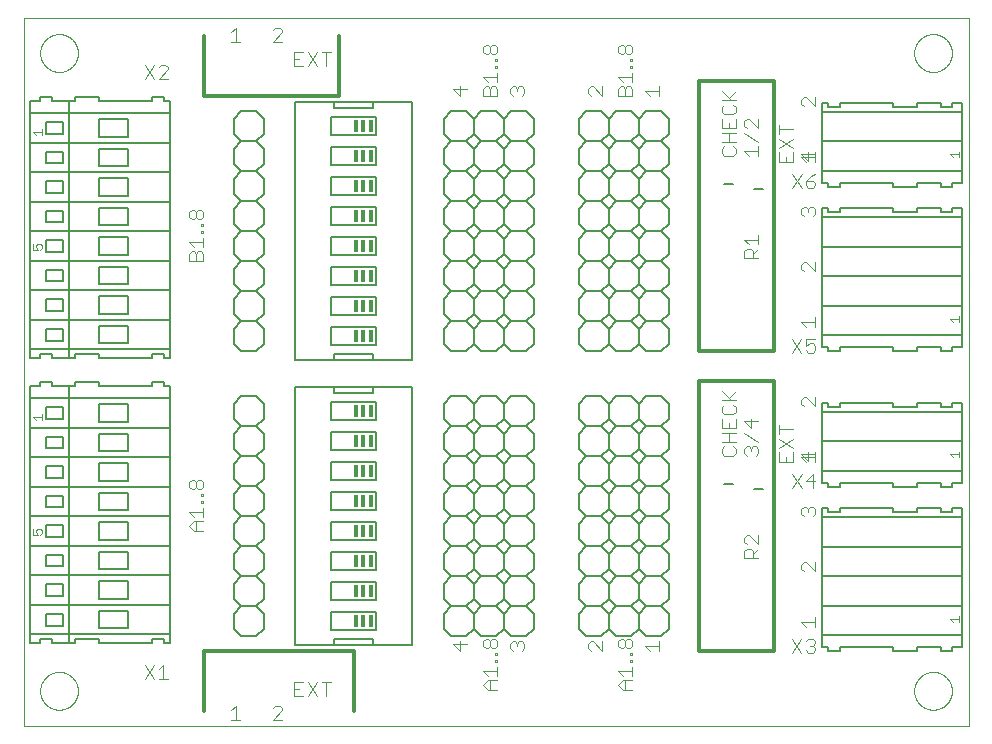
<source format=gto>
G75*
%MOIN*%
%OFA0B0*%
%FSLAX25Y25*%
%IPPOS*%
%LPD*%
%AMOC8*
5,1,8,0,0,1.08239X$1,22.5*
%
%ADD10C,0.00000*%
%ADD11C,0.00400*%
%ADD12C,0.01200*%
%ADD13C,0.00600*%
%ADD14C,0.00700*%
%ADD15C,0.00800*%
%ADD16C,0.00300*%
%ADD17R,0.01500X0.04000*%
D10*
X0001000Y0001000D02*
X0001000Y0237220D01*
X0315961Y0237220D01*
X0315961Y0001000D01*
X0001000Y0001000D01*
X0006512Y0012811D02*
X0006514Y0012969D01*
X0006520Y0013127D01*
X0006530Y0013285D01*
X0006544Y0013443D01*
X0006562Y0013600D01*
X0006583Y0013757D01*
X0006609Y0013913D01*
X0006639Y0014069D01*
X0006672Y0014224D01*
X0006710Y0014377D01*
X0006751Y0014530D01*
X0006796Y0014682D01*
X0006845Y0014833D01*
X0006898Y0014982D01*
X0006954Y0015130D01*
X0007014Y0015276D01*
X0007078Y0015421D01*
X0007146Y0015564D01*
X0007217Y0015706D01*
X0007291Y0015846D01*
X0007369Y0015983D01*
X0007451Y0016119D01*
X0007535Y0016253D01*
X0007624Y0016384D01*
X0007715Y0016513D01*
X0007810Y0016640D01*
X0007907Y0016765D01*
X0008008Y0016887D01*
X0008112Y0017006D01*
X0008219Y0017123D01*
X0008329Y0017237D01*
X0008442Y0017348D01*
X0008557Y0017457D01*
X0008675Y0017562D01*
X0008796Y0017664D01*
X0008919Y0017764D01*
X0009045Y0017860D01*
X0009173Y0017953D01*
X0009303Y0018043D01*
X0009436Y0018129D01*
X0009571Y0018213D01*
X0009707Y0018292D01*
X0009846Y0018369D01*
X0009987Y0018441D01*
X0010129Y0018511D01*
X0010273Y0018576D01*
X0010419Y0018638D01*
X0010566Y0018696D01*
X0010715Y0018751D01*
X0010865Y0018802D01*
X0011016Y0018849D01*
X0011168Y0018892D01*
X0011321Y0018931D01*
X0011476Y0018967D01*
X0011631Y0018998D01*
X0011787Y0019026D01*
X0011943Y0019050D01*
X0012100Y0019070D01*
X0012258Y0019086D01*
X0012415Y0019098D01*
X0012574Y0019106D01*
X0012732Y0019110D01*
X0012890Y0019110D01*
X0013048Y0019106D01*
X0013207Y0019098D01*
X0013364Y0019086D01*
X0013522Y0019070D01*
X0013679Y0019050D01*
X0013835Y0019026D01*
X0013991Y0018998D01*
X0014146Y0018967D01*
X0014301Y0018931D01*
X0014454Y0018892D01*
X0014606Y0018849D01*
X0014757Y0018802D01*
X0014907Y0018751D01*
X0015056Y0018696D01*
X0015203Y0018638D01*
X0015349Y0018576D01*
X0015493Y0018511D01*
X0015635Y0018441D01*
X0015776Y0018369D01*
X0015915Y0018292D01*
X0016051Y0018213D01*
X0016186Y0018129D01*
X0016319Y0018043D01*
X0016449Y0017953D01*
X0016577Y0017860D01*
X0016703Y0017764D01*
X0016826Y0017664D01*
X0016947Y0017562D01*
X0017065Y0017457D01*
X0017180Y0017348D01*
X0017293Y0017237D01*
X0017403Y0017123D01*
X0017510Y0017006D01*
X0017614Y0016887D01*
X0017715Y0016765D01*
X0017812Y0016640D01*
X0017907Y0016513D01*
X0017998Y0016384D01*
X0018087Y0016253D01*
X0018171Y0016119D01*
X0018253Y0015983D01*
X0018331Y0015846D01*
X0018405Y0015706D01*
X0018476Y0015564D01*
X0018544Y0015421D01*
X0018608Y0015276D01*
X0018668Y0015130D01*
X0018724Y0014982D01*
X0018777Y0014833D01*
X0018826Y0014682D01*
X0018871Y0014530D01*
X0018912Y0014377D01*
X0018950Y0014224D01*
X0018983Y0014069D01*
X0019013Y0013913D01*
X0019039Y0013757D01*
X0019060Y0013600D01*
X0019078Y0013443D01*
X0019092Y0013285D01*
X0019102Y0013127D01*
X0019108Y0012969D01*
X0019110Y0012811D01*
X0019108Y0012653D01*
X0019102Y0012495D01*
X0019092Y0012337D01*
X0019078Y0012179D01*
X0019060Y0012022D01*
X0019039Y0011865D01*
X0019013Y0011709D01*
X0018983Y0011553D01*
X0018950Y0011398D01*
X0018912Y0011245D01*
X0018871Y0011092D01*
X0018826Y0010940D01*
X0018777Y0010789D01*
X0018724Y0010640D01*
X0018668Y0010492D01*
X0018608Y0010346D01*
X0018544Y0010201D01*
X0018476Y0010058D01*
X0018405Y0009916D01*
X0018331Y0009776D01*
X0018253Y0009639D01*
X0018171Y0009503D01*
X0018087Y0009369D01*
X0017998Y0009238D01*
X0017907Y0009109D01*
X0017812Y0008982D01*
X0017715Y0008857D01*
X0017614Y0008735D01*
X0017510Y0008616D01*
X0017403Y0008499D01*
X0017293Y0008385D01*
X0017180Y0008274D01*
X0017065Y0008165D01*
X0016947Y0008060D01*
X0016826Y0007958D01*
X0016703Y0007858D01*
X0016577Y0007762D01*
X0016449Y0007669D01*
X0016319Y0007579D01*
X0016186Y0007493D01*
X0016051Y0007409D01*
X0015915Y0007330D01*
X0015776Y0007253D01*
X0015635Y0007181D01*
X0015493Y0007111D01*
X0015349Y0007046D01*
X0015203Y0006984D01*
X0015056Y0006926D01*
X0014907Y0006871D01*
X0014757Y0006820D01*
X0014606Y0006773D01*
X0014454Y0006730D01*
X0014301Y0006691D01*
X0014146Y0006655D01*
X0013991Y0006624D01*
X0013835Y0006596D01*
X0013679Y0006572D01*
X0013522Y0006552D01*
X0013364Y0006536D01*
X0013207Y0006524D01*
X0013048Y0006516D01*
X0012890Y0006512D01*
X0012732Y0006512D01*
X0012574Y0006516D01*
X0012415Y0006524D01*
X0012258Y0006536D01*
X0012100Y0006552D01*
X0011943Y0006572D01*
X0011787Y0006596D01*
X0011631Y0006624D01*
X0011476Y0006655D01*
X0011321Y0006691D01*
X0011168Y0006730D01*
X0011016Y0006773D01*
X0010865Y0006820D01*
X0010715Y0006871D01*
X0010566Y0006926D01*
X0010419Y0006984D01*
X0010273Y0007046D01*
X0010129Y0007111D01*
X0009987Y0007181D01*
X0009846Y0007253D01*
X0009707Y0007330D01*
X0009571Y0007409D01*
X0009436Y0007493D01*
X0009303Y0007579D01*
X0009173Y0007669D01*
X0009045Y0007762D01*
X0008919Y0007858D01*
X0008796Y0007958D01*
X0008675Y0008060D01*
X0008557Y0008165D01*
X0008442Y0008274D01*
X0008329Y0008385D01*
X0008219Y0008499D01*
X0008112Y0008616D01*
X0008008Y0008735D01*
X0007907Y0008857D01*
X0007810Y0008982D01*
X0007715Y0009109D01*
X0007624Y0009238D01*
X0007535Y0009369D01*
X0007451Y0009503D01*
X0007369Y0009639D01*
X0007291Y0009776D01*
X0007217Y0009916D01*
X0007146Y0010058D01*
X0007078Y0010201D01*
X0007014Y0010346D01*
X0006954Y0010492D01*
X0006898Y0010640D01*
X0006845Y0010789D01*
X0006796Y0010940D01*
X0006751Y0011092D01*
X0006710Y0011245D01*
X0006672Y0011398D01*
X0006639Y0011553D01*
X0006609Y0011709D01*
X0006583Y0011865D01*
X0006562Y0012022D01*
X0006544Y0012179D01*
X0006530Y0012337D01*
X0006520Y0012495D01*
X0006514Y0012653D01*
X0006512Y0012811D01*
X0006512Y0225409D02*
X0006514Y0225567D01*
X0006520Y0225725D01*
X0006530Y0225883D01*
X0006544Y0226041D01*
X0006562Y0226198D01*
X0006583Y0226355D01*
X0006609Y0226511D01*
X0006639Y0226667D01*
X0006672Y0226822D01*
X0006710Y0226975D01*
X0006751Y0227128D01*
X0006796Y0227280D01*
X0006845Y0227431D01*
X0006898Y0227580D01*
X0006954Y0227728D01*
X0007014Y0227874D01*
X0007078Y0228019D01*
X0007146Y0228162D01*
X0007217Y0228304D01*
X0007291Y0228444D01*
X0007369Y0228581D01*
X0007451Y0228717D01*
X0007535Y0228851D01*
X0007624Y0228982D01*
X0007715Y0229111D01*
X0007810Y0229238D01*
X0007907Y0229363D01*
X0008008Y0229485D01*
X0008112Y0229604D01*
X0008219Y0229721D01*
X0008329Y0229835D01*
X0008442Y0229946D01*
X0008557Y0230055D01*
X0008675Y0230160D01*
X0008796Y0230262D01*
X0008919Y0230362D01*
X0009045Y0230458D01*
X0009173Y0230551D01*
X0009303Y0230641D01*
X0009436Y0230727D01*
X0009571Y0230811D01*
X0009707Y0230890D01*
X0009846Y0230967D01*
X0009987Y0231039D01*
X0010129Y0231109D01*
X0010273Y0231174D01*
X0010419Y0231236D01*
X0010566Y0231294D01*
X0010715Y0231349D01*
X0010865Y0231400D01*
X0011016Y0231447D01*
X0011168Y0231490D01*
X0011321Y0231529D01*
X0011476Y0231565D01*
X0011631Y0231596D01*
X0011787Y0231624D01*
X0011943Y0231648D01*
X0012100Y0231668D01*
X0012258Y0231684D01*
X0012415Y0231696D01*
X0012574Y0231704D01*
X0012732Y0231708D01*
X0012890Y0231708D01*
X0013048Y0231704D01*
X0013207Y0231696D01*
X0013364Y0231684D01*
X0013522Y0231668D01*
X0013679Y0231648D01*
X0013835Y0231624D01*
X0013991Y0231596D01*
X0014146Y0231565D01*
X0014301Y0231529D01*
X0014454Y0231490D01*
X0014606Y0231447D01*
X0014757Y0231400D01*
X0014907Y0231349D01*
X0015056Y0231294D01*
X0015203Y0231236D01*
X0015349Y0231174D01*
X0015493Y0231109D01*
X0015635Y0231039D01*
X0015776Y0230967D01*
X0015915Y0230890D01*
X0016051Y0230811D01*
X0016186Y0230727D01*
X0016319Y0230641D01*
X0016449Y0230551D01*
X0016577Y0230458D01*
X0016703Y0230362D01*
X0016826Y0230262D01*
X0016947Y0230160D01*
X0017065Y0230055D01*
X0017180Y0229946D01*
X0017293Y0229835D01*
X0017403Y0229721D01*
X0017510Y0229604D01*
X0017614Y0229485D01*
X0017715Y0229363D01*
X0017812Y0229238D01*
X0017907Y0229111D01*
X0017998Y0228982D01*
X0018087Y0228851D01*
X0018171Y0228717D01*
X0018253Y0228581D01*
X0018331Y0228444D01*
X0018405Y0228304D01*
X0018476Y0228162D01*
X0018544Y0228019D01*
X0018608Y0227874D01*
X0018668Y0227728D01*
X0018724Y0227580D01*
X0018777Y0227431D01*
X0018826Y0227280D01*
X0018871Y0227128D01*
X0018912Y0226975D01*
X0018950Y0226822D01*
X0018983Y0226667D01*
X0019013Y0226511D01*
X0019039Y0226355D01*
X0019060Y0226198D01*
X0019078Y0226041D01*
X0019092Y0225883D01*
X0019102Y0225725D01*
X0019108Y0225567D01*
X0019110Y0225409D01*
X0019108Y0225251D01*
X0019102Y0225093D01*
X0019092Y0224935D01*
X0019078Y0224777D01*
X0019060Y0224620D01*
X0019039Y0224463D01*
X0019013Y0224307D01*
X0018983Y0224151D01*
X0018950Y0223996D01*
X0018912Y0223843D01*
X0018871Y0223690D01*
X0018826Y0223538D01*
X0018777Y0223387D01*
X0018724Y0223238D01*
X0018668Y0223090D01*
X0018608Y0222944D01*
X0018544Y0222799D01*
X0018476Y0222656D01*
X0018405Y0222514D01*
X0018331Y0222374D01*
X0018253Y0222237D01*
X0018171Y0222101D01*
X0018087Y0221967D01*
X0017998Y0221836D01*
X0017907Y0221707D01*
X0017812Y0221580D01*
X0017715Y0221455D01*
X0017614Y0221333D01*
X0017510Y0221214D01*
X0017403Y0221097D01*
X0017293Y0220983D01*
X0017180Y0220872D01*
X0017065Y0220763D01*
X0016947Y0220658D01*
X0016826Y0220556D01*
X0016703Y0220456D01*
X0016577Y0220360D01*
X0016449Y0220267D01*
X0016319Y0220177D01*
X0016186Y0220091D01*
X0016051Y0220007D01*
X0015915Y0219928D01*
X0015776Y0219851D01*
X0015635Y0219779D01*
X0015493Y0219709D01*
X0015349Y0219644D01*
X0015203Y0219582D01*
X0015056Y0219524D01*
X0014907Y0219469D01*
X0014757Y0219418D01*
X0014606Y0219371D01*
X0014454Y0219328D01*
X0014301Y0219289D01*
X0014146Y0219253D01*
X0013991Y0219222D01*
X0013835Y0219194D01*
X0013679Y0219170D01*
X0013522Y0219150D01*
X0013364Y0219134D01*
X0013207Y0219122D01*
X0013048Y0219114D01*
X0012890Y0219110D01*
X0012732Y0219110D01*
X0012574Y0219114D01*
X0012415Y0219122D01*
X0012258Y0219134D01*
X0012100Y0219150D01*
X0011943Y0219170D01*
X0011787Y0219194D01*
X0011631Y0219222D01*
X0011476Y0219253D01*
X0011321Y0219289D01*
X0011168Y0219328D01*
X0011016Y0219371D01*
X0010865Y0219418D01*
X0010715Y0219469D01*
X0010566Y0219524D01*
X0010419Y0219582D01*
X0010273Y0219644D01*
X0010129Y0219709D01*
X0009987Y0219779D01*
X0009846Y0219851D01*
X0009707Y0219928D01*
X0009571Y0220007D01*
X0009436Y0220091D01*
X0009303Y0220177D01*
X0009173Y0220267D01*
X0009045Y0220360D01*
X0008919Y0220456D01*
X0008796Y0220556D01*
X0008675Y0220658D01*
X0008557Y0220763D01*
X0008442Y0220872D01*
X0008329Y0220983D01*
X0008219Y0221097D01*
X0008112Y0221214D01*
X0008008Y0221333D01*
X0007907Y0221455D01*
X0007810Y0221580D01*
X0007715Y0221707D01*
X0007624Y0221836D01*
X0007535Y0221967D01*
X0007451Y0222101D01*
X0007369Y0222237D01*
X0007291Y0222374D01*
X0007217Y0222514D01*
X0007146Y0222656D01*
X0007078Y0222799D01*
X0007014Y0222944D01*
X0006954Y0223090D01*
X0006898Y0223238D01*
X0006845Y0223387D01*
X0006796Y0223538D01*
X0006751Y0223690D01*
X0006710Y0223843D01*
X0006672Y0223996D01*
X0006639Y0224151D01*
X0006609Y0224307D01*
X0006583Y0224463D01*
X0006562Y0224620D01*
X0006544Y0224777D01*
X0006530Y0224935D01*
X0006520Y0225093D01*
X0006514Y0225251D01*
X0006512Y0225409D01*
X0297851Y0225409D02*
X0297853Y0225567D01*
X0297859Y0225725D01*
X0297869Y0225883D01*
X0297883Y0226041D01*
X0297901Y0226198D01*
X0297922Y0226355D01*
X0297948Y0226511D01*
X0297978Y0226667D01*
X0298011Y0226822D01*
X0298049Y0226975D01*
X0298090Y0227128D01*
X0298135Y0227280D01*
X0298184Y0227431D01*
X0298237Y0227580D01*
X0298293Y0227728D01*
X0298353Y0227874D01*
X0298417Y0228019D01*
X0298485Y0228162D01*
X0298556Y0228304D01*
X0298630Y0228444D01*
X0298708Y0228581D01*
X0298790Y0228717D01*
X0298874Y0228851D01*
X0298963Y0228982D01*
X0299054Y0229111D01*
X0299149Y0229238D01*
X0299246Y0229363D01*
X0299347Y0229485D01*
X0299451Y0229604D01*
X0299558Y0229721D01*
X0299668Y0229835D01*
X0299781Y0229946D01*
X0299896Y0230055D01*
X0300014Y0230160D01*
X0300135Y0230262D01*
X0300258Y0230362D01*
X0300384Y0230458D01*
X0300512Y0230551D01*
X0300642Y0230641D01*
X0300775Y0230727D01*
X0300910Y0230811D01*
X0301046Y0230890D01*
X0301185Y0230967D01*
X0301326Y0231039D01*
X0301468Y0231109D01*
X0301612Y0231174D01*
X0301758Y0231236D01*
X0301905Y0231294D01*
X0302054Y0231349D01*
X0302204Y0231400D01*
X0302355Y0231447D01*
X0302507Y0231490D01*
X0302660Y0231529D01*
X0302815Y0231565D01*
X0302970Y0231596D01*
X0303126Y0231624D01*
X0303282Y0231648D01*
X0303439Y0231668D01*
X0303597Y0231684D01*
X0303754Y0231696D01*
X0303913Y0231704D01*
X0304071Y0231708D01*
X0304229Y0231708D01*
X0304387Y0231704D01*
X0304546Y0231696D01*
X0304703Y0231684D01*
X0304861Y0231668D01*
X0305018Y0231648D01*
X0305174Y0231624D01*
X0305330Y0231596D01*
X0305485Y0231565D01*
X0305640Y0231529D01*
X0305793Y0231490D01*
X0305945Y0231447D01*
X0306096Y0231400D01*
X0306246Y0231349D01*
X0306395Y0231294D01*
X0306542Y0231236D01*
X0306688Y0231174D01*
X0306832Y0231109D01*
X0306974Y0231039D01*
X0307115Y0230967D01*
X0307254Y0230890D01*
X0307390Y0230811D01*
X0307525Y0230727D01*
X0307658Y0230641D01*
X0307788Y0230551D01*
X0307916Y0230458D01*
X0308042Y0230362D01*
X0308165Y0230262D01*
X0308286Y0230160D01*
X0308404Y0230055D01*
X0308519Y0229946D01*
X0308632Y0229835D01*
X0308742Y0229721D01*
X0308849Y0229604D01*
X0308953Y0229485D01*
X0309054Y0229363D01*
X0309151Y0229238D01*
X0309246Y0229111D01*
X0309337Y0228982D01*
X0309426Y0228851D01*
X0309510Y0228717D01*
X0309592Y0228581D01*
X0309670Y0228444D01*
X0309744Y0228304D01*
X0309815Y0228162D01*
X0309883Y0228019D01*
X0309947Y0227874D01*
X0310007Y0227728D01*
X0310063Y0227580D01*
X0310116Y0227431D01*
X0310165Y0227280D01*
X0310210Y0227128D01*
X0310251Y0226975D01*
X0310289Y0226822D01*
X0310322Y0226667D01*
X0310352Y0226511D01*
X0310378Y0226355D01*
X0310399Y0226198D01*
X0310417Y0226041D01*
X0310431Y0225883D01*
X0310441Y0225725D01*
X0310447Y0225567D01*
X0310449Y0225409D01*
X0310447Y0225251D01*
X0310441Y0225093D01*
X0310431Y0224935D01*
X0310417Y0224777D01*
X0310399Y0224620D01*
X0310378Y0224463D01*
X0310352Y0224307D01*
X0310322Y0224151D01*
X0310289Y0223996D01*
X0310251Y0223843D01*
X0310210Y0223690D01*
X0310165Y0223538D01*
X0310116Y0223387D01*
X0310063Y0223238D01*
X0310007Y0223090D01*
X0309947Y0222944D01*
X0309883Y0222799D01*
X0309815Y0222656D01*
X0309744Y0222514D01*
X0309670Y0222374D01*
X0309592Y0222237D01*
X0309510Y0222101D01*
X0309426Y0221967D01*
X0309337Y0221836D01*
X0309246Y0221707D01*
X0309151Y0221580D01*
X0309054Y0221455D01*
X0308953Y0221333D01*
X0308849Y0221214D01*
X0308742Y0221097D01*
X0308632Y0220983D01*
X0308519Y0220872D01*
X0308404Y0220763D01*
X0308286Y0220658D01*
X0308165Y0220556D01*
X0308042Y0220456D01*
X0307916Y0220360D01*
X0307788Y0220267D01*
X0307658Y0220177D01*
X0307525Y0220091D01*
X0307390Y0220007D01*
X0307254Y0219928D01*
X0307115Y0219851D01*
X0306974Y0219779D01*
X0306832Y0219709D01*
X0306688Y0219644D01*
X0306542Y0219582D01*
X0306395Y0219524D01*
X0306246Y0219469D01*
X0306096Y0219418D01*
X0305945Y0219371D01*
X0305793Y0219328D01*
X0305640Y0219289D01*
X0305485Y0219253D01*
X0305330Y0219222D01*
X0305174Y0219194D01*
X0305018Y0219170D01*
X0304861Y0219150D01*
X0304703Y0219134D01*
X0304546Y0219122D01*
X0304387Y0219114D01*
X0304229Y0219110D01*
X0304071Y0219110D01*
X0303913Y0219114D01*
X0303754Y0219122D01*
X0303597Y0219134D01*
X0303439Y0219150D01*
X0303282Y0219170D01*
X0303126Y0219194D01*
X0302970Y0219222D01*
X0302815Y0219253D01*
X0302660Y0219289D01*
X0302507Y0219328D01*
X0302355Y0219371D01*
X0302204Y0219418D01*
X0302054Y0219469D01*
X0301905Y0219524D01*
X0301758Y0219582D01*
X0301612Y0219644D01*
X0301468Y0219709D01*
X0301326Y0219779D01*
X0301185Y0219851D01*
X0301046Y0219928D01*
X0300910Y0220007D01*
X0300775Y0220091D01*
X0300642Y0220177D01*
X0300512Y0220267D01*
X0300384Y0220360D01*
X0300258Y0220456D01*
X0300135Y0220556D01*
X0300014Y0220658D01*
X0299896Y0220763D01*
X0299781Y0220872D01*
X0299668Y0220983D01*
X0299558Y0221097D01*
X0299451Y0221214D01*
X0299347Y0221333D01*
X0299246Y0221455D01*
X0299149Y0221580D01*
X0299054Y0221707D01*
X0298963Y0221836D01*
X0298874Y0221967D01*
X0298790Y0222101D01*
X0298708Y0222237D01*
X0298630Y0222374D01*
X0298556Y0222514D01*
X0298485Y0222656D01*
X0298417Y0222799D01*
X0298353Y0222944D01*
X0298293Y0223090D01*
X0298237Y0223238D01*
X0298184Y0223387D01*
X0298135Y0223538D01*
X0298090Y0223690D01*
X0298049Y0223843D01*
X0298011Y0223996D01*
X0297978Y0224151D01*
X0297948Y0224307D01*
X0297922Y0224463D01*
X0297901Y0224620D01*
X0297883Y0224777D01*
X0297869Y0224935D01*
X0297859Y0225093D01*
X0297853Y0225251D01*
X0297851Y0225409D01*
X0297851Y0012811D02*
X0297853Y0012969D01*
X0297859Y0013127D01*
X0297869Y0013285D01*
X0297883Y0013443D01*
X0297901Y0013600D01*
X0297922Y0013757D01*
X0297948Y0013913D01*
X0297978Y0014069D01*
X0298011Y0014224D01*
X0298049Y0014377D01*
X0298090Y0014530D01*
X0298135Y0014682D01*
X0298184Y0014833D01*
X0298237Y0014982D01*
X0298293Y0015130D01*
X0298353Y0015276D01*
X0298417Y0015421D01*
X0298485Y0015564D01*
X0298556Y0015706D01*
X0298630Y0015846D01*
X0298708Y0015983D01*
X0298790Y0016119D01*
X0298874Y0016253D01*
X0298963Y0016384D01*
X0299054Y0016513D01*
X0299149Y0016640D01*
X0299246Y0016765D01*
X0299347Y0016887D01*
X0299451Y0017006D01*
X0299558Y0017123D01*
X0299668Y0017237D01*
X0299781Y0017348D01*
X0299896Y0017457D01*
X0300014Y0017562D01*
X0300135Y0017664D01*
X0300258Y0017764D01*
X0300384Y0017860D01*
X0300512Y0017953D01*
X0300642Y0018043D01*
X0300775Y0018129D01*
X0300910Y0018213D01*
X0301046Y0018292D01*
X0301185Y0018369D01*
X0301326Y0018441D01*
X0301468Y0018511D01*
X0301612Y0018576D01*
X0301758Y0018638D01*
X0301905Y0018696D01*
X0302054Y0018751D01*
X0302204Y0018802D01*
X0302355Y0018849D01*
X0302507Y0018892D01*
X0302660Y0018931D01*
X0302815Y0018967D01*
X0302970Y0018998D01*
X0303126Y0019026D01*
X0303282Y0019050D01*
X0303439Y0019070D01*
X0303597Y0019086D01*
X0303754Y0019098D01*
X0303913Y0019106D01*
X0304071Y0019110D01*
X0304229Y0019110D01*
X0304387Y0019106D01*
X0304546Y0019098D01*
X0304703Y0019086D01*
X0304861Y0019070D01*
X0305018Y0019050D01*
X0305174Y0019026D01*
X0305330Y0018998D01*
X0305485Y0018967D01*
X0305640Y0018931D01*
X0305793Y0018892D01*
X0305945Y0018849D01*
X0306096Y0018802D01*
X0306246Y0018751D01*
X0306395Y0018696D01*
X0306542Y0018638D01*
X0306688Y0018576D01*
X0306832Y0018511D01*
X0306974Y0018441D01*
X0307115Y0018369D01*
X0307254Y0018292D01*
X0307390Y0018213D01*
X0307525Y0018129D01*
X0307658Y0018043D01*
X0307788Y0017953D01*
X0307916Y0017860D01*
X0308042Y0017764D01*
X0308165Y0017664D01*
X0308286Y0017562D01*
X0308404Y0017457D01*
X0308519Y0017348D01*
X0308632Y0017237D01*
X0308742Y0017123D01*
X0308849Y0017006D01*
X0308953Y0016887D01*
X0309054Y0016765D01*
X0309151Y0016640D01*
X0309246Y0016513D01*
X0309337Y0016384D01*
X0309426Y0016253D01*
X0309510Y0016119D01*
X0309592Y0015983D01*
X0309670Y0015846D01*
X0309744Y0015706D01*
X0309815Y0015564D01*
X0309883Y0015421D01*
X0309947Y0015276D01*
X0310007Y0015130D01*
X0310063Y0014982D01*
X0310116Y0014833D01*
X0310165Y0014682D01*
X0310210Y0014530D01*
X0310251Y0014377D01*
X0310289Y0014224D01*
X0310322Y0014069D01*
X0310352Y0013913D01*
X0310378Y0013757D01*
X0310399Y0013600D01*
X0310417Y0013443D01*
X0310431Y0013285D01*
X0310441Y0013127D01*
X0310447Y0012969D01*
X0310449Y0012811D01*
X0310447Y0012653D01*
X0310441Y0012495D01*
X0310431Y0012337D01*
X0310417Y0012179D01*
X0310399Y0012022D01*
X0310378Y0011865D01*
X0310352Y0011709D01*
X0310322Y0011553D01*
X0310289Y0011398D01*
X0310251Y0011245D01*
X0310210Y0011092D01*
X0310165Y0010940D01*
X0310116Y0010789D01*
X0310063Y0010640D01*
X0310007Y0010492D01*
X0309947Y0010346D01*
X0309883Y0010201D01*
X0309815Y0010058D01*
X0309744Y0009916D01*
X0309670Y0009776D01*
X0309592Y0009639D01*
X0309510Y0009503D01*
X0309426Y0009369D01*
X0309337Y0009238D01*
X0309246Y0009109D01*
X0309151Y0008982D01*
X0309054Y0008857D01*
X0308953Y0008735D01*
X0308849Y0008616D01*
X0308742Y0008499D01*
X0308632Y0008385D01*
X0308519Y0008274D01*
X0308404Y0008165D01*
X0308286Y0008060D01*
X0308165Y0007958D01*
X0308042Y0007858D01*
X0307916Y0007762D01*
X0307788Y0007669D01*
X0307658Y0007579D01*
X0307525Y0007493D01*
X0307390Y0007409D01*
X0307254Y0007330D01*
X0307115Y0007253D01*
X0306974Y0007181D01*
X0306832Y0007111D01*
X0306688Y0007046D01*
X0306542Y0006984D01*
X0306395Y0006926D01*
X0306246Y0006871D01*
X0306096Y0006820D01*
X0305945Y0006773D01*
X0305793Y0006730D01*
X0305640Y0006691D01*
X0305485Y0006655D01*
X0305330Y0006624D01*
X0305174Y0006596D01*
X0305018Y0006572D01*
X0304861Y0006552D01*
X0304703Y0006536D01*
X0304546Y0006524D01*
X0304387Y0006516D01*
X0304229Y0006512D01*
X0304071Y0006512D01*
X0303913Y0006516D01*
X0303754Y0006524D01*
X0303597Y0006536D01*
X0303439Y0006552D01*
X0303282Y0006572D01*
X0303126Y0006596D01*
X0302970Y0006624D01*
X0302815Y0006655D01*
X0302660Y0006691D01*
X0302507Y0006730D01*
X0302355Y0006773D01*
X0302204Y0006820D01*
X0302054Y0006871D01*
X0301905Y0006926D01*
X0301758Y0006984D01*
X0301612Y0007046D01*
X0301468Y0007111D01*
X0301326Y0007181D01*
X0301185Y0007253D01*
X0301046Y0007330D01*
X0300910Y0007409D01*
X0300775Y0007493D01*
X0300642Y0007579D01*
X0300512Y0007669D01*
X0300384Y0007762D01*
X0300258Y0007858D01*
X0300135Y0007958D01*
X0300014Y0008060D01*
X0299896Y0008165D01*
X0299781Y0008274D01*
X0299668Y0008385D01*
X0299558Y0008499D01*
X0299451Y0008616D01*
X0299347Y0008735D01*
X0299246Y0008857D01*
X0299149Y0008982D01*
X0299054Y0009109D01*
X0298963Y0009238D01*
X0298874Y0009369D01*
X0298790Y0009503D01*
X0298708Y0009639D01*
X0298630Y0009776D01*
X0298556Y0009916D01*
X0298485Y0010058D01*
X0298417Y0010201D01*
X0298353Y0010346D01*
X0298293Y0010492D01*
X0298237Y0010640D01*
X0298184Y0010789D01*
X0298135Y0010940D01*
X0298090Y0011092D01*
X0298049Y0011245D01*
X0298011Y0011398D01*
X0297978Y0011553D01*
X0297948Y0011709D01*
X0297922Y0011865D01*
X0297901Y0012022D01*
X0297883Y0012179D01*
X0297869Y0012337D01*
X0297859Y0012495D01*
X0297853Y0012653D01*
X0297851Y0012811D01*
D11*
X0264744Y0026298D02*
X0263977Y0025531D01*
X0262442Y0025531D01*
X0261675Y0026298D01*
X0260140Y0025531D02*
X0257071Y0030135D01*
X0260140Y0030135D02*
X0257071Y0025531D01*
X0261675Y0029367D02*
X0262442Y0030135D01*
X0263977Y0030135D01*
X0264744Y0029367D01*
X0264744Y0028600D01*
X0263977Y0027833D01*
X0264744Y0027065D01*
X0264744Y0026298D01*
X0263977Y0027833D02*
X0263209Y0027833D01*
X0261731Y0034200D02*
X0260196Y0035735D01*
X0264800Y0035735D01*
X0264800Y0037269D02*
X0264800Y0034200D01*
X0264800Y0052616D02*
X0261731Y0055685D01*
X0260963Y0055685D01*
X0260196Y0054918D01*
X0260196Y0053383D01*
X0260963Y0052616D01*
X0264800Y0052616D02*
X0264800Y0055685D01*
X0264033Y0071031D02*
X0264800Y0071799D01*
X0264800Y0073333D01*
X0264033Y0074101D01*
X0263265Y0074101D01*
X0262498Y0073333D01*
X0262498Y0072566D01*
X0262498Y0073333D02*
X0261731Y0074101D01*
X0260963Y0074101D01*
X0260196Y0073333D01*
X0260196Y0071799D01*
X0260963Y0071031D01*
X0260298Y0080531D02*
X0257228Y0085135D01*
X0260298Y0085135D02*
X0257228Y0080531D01*
X0261832Y0082833D02*
X0264902Y0082833D01*
X0264134Y0080531D02*
X0264134Y0085135D01*
X0261832Y0082833D01*
X0261731Y0089200D02*
X0260196Y0090735D01*
X0264800Y0090735D01*
X0264800Y0091749D02*
X0260196Y0091749D01*
X0262498Y0089447D01*
X0262498Y0092516D01*
X0264800Y0092269D02*
X0264800Y0089200D01*
X0257300Y0089200D02*
X0257300Y0092269D01*
X0257300Y0093804D02*
X0252696Y0096873D01*
X0252696Y0098408D02*
X0252696Y0101477D01*
X0252696Y0099942D02*
X0257300Y0099942D01*
X0257300Y0096873D02*
X0252696Y0093804D01*
X0252696Y0092269D02*
X0252696Y0089200D01*
X0257300Y0089200D01*
X0254998Y0089200D02*
X0254998Y0090735D01*
X0245800Y0091967D02*
X0245033Y0091200D01*
X0245800Y0091967D02*
X0245800Y0093502D01*
X0245033Y0094269D01*
X0244265Y0094269D01*
X0243498Y0093502D01*
X0243498Y0092735D01*
X0243498Y0093502D02*
X0242731Y0094269D01*
X0241963Y0094269D01*
X0241196Y0093502D01*
X0241196Y0091967D01*
X0241963Y0091200D01*
X0238300Y0091967D02*
X0238300Y0093502D01*
X0237533Y0094269D01*
X0238300Y0095804D02*
X0233696Y0095804D01*
X0234463Y0094269D02*
X0233696Y0093502D01*
X0233696Y0091967D01*
X0234463Y0091200D01*
X0237533Y0091200D01*
X0238300Y0091967D01*
X0235998Y0095804D02*
X0235998Y0098873D01*
X0235998Y0100408D02*
X0235998Y0101942D01*
X0233696Y0103477D02*
X0233696Y0100408D01*
X0238300Y0100408D01*
X0238300Y0103477D01*
X0237533Y0105012D02*
X0238300Y0105779D01*
X0238300Y0107314D01*
X0237533Y0108081D01*
X0238300Y0109616D02*
X0233696Y0109616D01*
X0234463Y0108081D02*
X0233696Y0107314D01*
X0233696Y0105779D01*
X0234463Y0105012D01*
X0237533Y0105012D01*
X0241196Y0102710D02*
X0243498Y0100408D01*
X0243498Y0103477D01*
X0245800Y0102710D02*
X0241196Y0102710D01*
X0241196Y0098873D02*
X0245800Y0095804D01*
X0238300Y0098873D02*
X0233696Y0098873D01*
X0236765Y0109616D02*
X0233696Y0112685D01*
X0235998Y0110383D02*
X0238300Y0112685D01*
X0257071Y0125531D02*
X0260140Y0130135D01*
X0261675Y0130135D02*
X0261675Y0127833D01*
X0263209Y0128600D01*
X0263977Y0128600D01*
X0264744Y0127833D01*
X0264744Y0126298D01*
X0263977Y0125531D01*
X0262442Y0125531D01*
X0261675Y0126298D01*
X0260140Y0125531D02*
X0257071Y0130135D01*
X0261675Y0130135D02*
X0264744Y0130135D01*
X0264800Y0134200D02*
X0264800Y0137269D01*
X0264800Y0135735D02*
X0260196Y0135735D01*
X0261731Y0134200D01*
X0260963Y0152616D02*
X0260196Y0153383D01*
X0260196Y0154918D01*
X0260963Y0155685D01*
X0261731Y0155685D01*
X0264800Y0152616D01*
X0264800Y0155685D01*
X0264033Y0171031D02*
X0264800Y0171799D01*
X0264800Y0173333D01*
X0264033Y0174101D01*
X0263265Y0174101D01*
X0262498Y0173333D01*
X0262498Y0172566D01*
X0262498Y0173333D02*
X0261731Y0174101D01*
X0260963Y0174101D01*
X0260196Y0173333D01*
X0260196Y0171799D01*
X0260963Y0171031D01*
X0260298Y0180531D02*
X0257228Y0185135D01*
X0260298Y0185135D02*
X0257228Y0180531D01*
X0261832Y0181298D02*
X0262600Y0180531D01*
X0264134Y0180531D01*
X0264902Y0181298D01*
X0264902Y0182065D01*
X0264134Y0182833D01*
X0261832Y0182833D01*
X0261832Y0181298D01*
X0261832Y0182833D02*
X0263367Y0184367D01*
X0264902Y0185135D01*
X0264800Y0189200D02*
X0264800Y0192269D01*
X0264800Y0191749D02*
X0260196Y0191749D01*
X0262498Y0189447D01*
X0262498Y0192516D01*
X0260196Y0190735D02*
X0264800Y0190735D01*
X0261731Y0189200D02*
X0260196Y0190735D01*
X0257300Y0189200D02*
X0257300Y0192269D01*
X0257300Y0193804D02*
X0252696Y0196873D01*
X0252696Y0198408D02*
X0252696Y0201477D01*
X0252696Y0199942D02*
X0257300Y0199942D01*
X0257300Y0196873D02*
X0252696Y0193804D01*
X0252696Y0192269D02*
X0252696Y0189200D01*
X0257300Y0189200D01*
X0254998Y0189200D02*
X0254998Y0190735D01*
X0245800Y0191200D02*
X0245800Y0194269D01*
X0245800Y0192735D02*
X0241196Y0192735D01*
X0242731Y0191200D01*
X0238300Y0191967D02*
X0238300Y0193502D01*
X0237533Y0194269D01*
X0238300Y0195804D02*
X0233696Y0195804D01*
X0234463Y0194269D02*
X0233696Y0193502D01*
X0233696Y0191967D01*
X0234463Y0191200D01*
X0237533Y0191200D01*
X0238300Y0191967D01*
X0235998Y0195804D02*
X0235998Y0198873D01*
X0235998Y0200408D02*
X0235998Y0201942D01*
X0233696Y0203477D02*
X0233696Y0200408D01*
X0238300Y0200408D01*
X0238300Y0203477D01*
X0237533Y0205012D02*
X0238300Y0205779D01*
X0238300Y0207314D01*
X0237533Y0208081D01*
X0238300Y0209616D02*
X0233696Y0209616D01*
X0234463Y0208081D02*
X0233696Y0207314D01*
X0233696Y0205779D01*
X0234463Y0205012D01*
X0237533Y0205012D01*
X0236765Y0209616D02*
X0233696Y0212685D01*
X0235998Y0210383D02*
X0238300Y0212685D01*
X0241963Y0203477D02*
X0241196Y0202710D01*
X0241196Y0201175D01*
X0241963Y0200408D01*
X0241196Y0198873D02*
X0245800Y0195804D01*
X0245800Y0200408D02*
X0242731Y0203477D01*
X0241963Y0203477D01*
X0245800Y0203477D02*
X0245800Y0200408D01*
X0238300Y0198873D02*
X0233696Y0198873D01*
X0212800Y0211200D02*
X0212800Y0214269D01*
X0212800Y0212735D02*
X0208196Y0212735D01*
X0209731Y0211200D01*
X0203800Y0211200D02*
X0203800Y0213502D01*
X0203033Y0214269D01*
X0202265Y0214269D01*
X0201498Y0213502D01*
X0201498Y0211200D01*
X0199196Y0211200D02*
X0199196Y0213502D01*
X0199963Y0214269D01*
X0200731Y0214269D01*
X0201498Y0213502D01*
X0200731Y0215804D02*
X0199196Y0217339D01*
X0203800Y0217339D01*
X0203800Y0218873D02*
X0203800Y0215804D01*
X0203800Y0220408D02*
X0203800Y0221175D01*
X0203033Y0221175D01*
X0203033Y0220408D01*
X0203800Y0220408D01*
X0203800Y0222710D02*
X0203800Y0223477D01*
X0203033Y0223477D01*
X0203033Y0222710D01*
X0203800Y0222710D01*
X0203033Y0225012D02*
X0202265Y0225012D01*
X0201498Y0225779D01*
X0201498Y0227314D01*
X0202265Y0228081D01*
X0203033Y0228081D01*
X0203800Y0227314D01*
X0203800Y0225779D01*
X0203033Y0225012D01*
X0201498Y0225779D02*
X0200731Y0225012D01*
X0199963Y0225012D01*
X0199196Y0225779D01*
X0199196Y0227314D01*
X0199963Y0228081D01*
X0200731Y0228081D01*
X0201498Y0227314D01*
X0193800Y0214269D02*
X0193800Y0211200D01*
X0190731Y0214269D01*
X0189963Y0214269D01*
X0189196Y0213502D01*
X0189196Y0211967D01*
X0189963Y0211200D01*
X0199196Y0211200D02*
X0203800Y0211200D01*
X0167800Y0211967D02*
X0167033Y0211200D01*
X0167800Y0211967D02*
X0167800Y0213502D01*
X0167033Y0214269D01*
X0166265Y0214269D01*
X0165498Y0213502D01*
X0165498Y0212735D01*
X0165498Y0213502D02*
X0164731Y0214269D01*
X0163963Y0214269D01*
X0163196Y0213502D01*
X0163196Y0211967D01*
X0163963Y0211200D01*
X0158800Y0211200D02*
X0158800Y0213502D01*
X0158033Y0214269D01*
X0157265Y0214269D01*
X0156498Y0213502D01*
X0156498Y0211200D01*
X0154196Y0211200D02*
X0154196Y0213502D01*
X0154963Y0214269D01*
X0155731Y0214269D01*
X0156498Y0213502D01*
X0155731Y0215804D02*
X0154196Y0217339D01*
X0158800Y0217339D01*
X0158800Y0218873D02*
X0158800Y0215804D01*
X0158800Y0220408D02*
X0158033Y0220408D01*
X0158033Y0221175D01*
X0158800Y0221175D01*
X0158800Y0220408D01*
X0158800Y0222710D02*
X0158033Y0222710D01*
X0158033Y0223477D01*
X0158800Y0223477D01*
X0158800Y0222710D01*
X0158033Y0225012D02*
X0157265Y0225012D01*
X0156498Y0225779D01*
X0156498Y0227314D01*
X0157265Y0228081D01*
X0158033Y0228081D01*
X0158800Y0227314D01*
X0158800Y0225779D01*
X0158033Y0225012D01*
X0156498Y0225779D02*
X0155731Y0225012D01*
X0154963Y0225012D01*
X0154196Y0225779D01*
X0154196Y0227314D01*
X0154963Y0228081D01*
X0155731Y0228081D01*
X0156498Y0227314D01*
X0148800Y0213502D02*
X0144196Y0213502D01*
X0146498Y0211200D01*
X0146498Y0214269D01*
X0154196Y0211200D02*
X0158800Y0211200D01*
X0103477Y0225804D02*
X0100408Y0225804D01*
X0101942Y0225804D02*
X0101942Y0221200D01*
X0098873Y0221200D02*
X0095804Y0225804D01*
X0094269Y0225804D02*
X0091200Y0225804D01*
X0091200Y0221200D01*
X0094269Y0221200D01*
X0095804Y0221200D02*
X0098873Y0225804D01*
X0092735Y0223502D02*
X0091200Y0223502D01*
X0087081Y0229200D02*
X0084012Y0229200D01*
X0087081Y0232269D01*
X0087081Y0233037D01*
X0086314Y0233804D01*
X0084779Y0233804D01*
X0084012Y0233037D01*
X0073269Y0229200D02*
X0070200Y0229200D01*
X0071735Y0229200D02*
X0071735Y0233804D01*
X0070200Y0232269D01*
X0049031Y0220706D02*
X0048263Y0221473D01*
X0046729Y0221473D01*
X0045961Y0220706D01*
X0044427Y0221473D02*
X0041357Y0216869D01*
X0044427Y0216869D02*
X0041357Y0221473D01*
X0045961Y0216869D02*
X0049031Y0219939D01*
X0049031Y0220706D01*
X0049031Y0216869D02*
X0045961Y0216869D01*
X0056963Y0173081D02*
X0057731Y0173081D01*
X0058498Y0172314D01*
X0058498Y0170779D01*
X0057731Y0170012D01*
X0056963Y0170012D01*
X0056196Y0170779D01*
X0056196Y0172314D01*
X0056963Y0173081D01*
X0058498Y0172314D02*
X0059265Y0173081D01*
X0060033Y0173081D01*
X0060800Y0172314D01*
X0060800Y0170779D01*
X0060033Y0170012D01*
X0059265Y0170012D01*
X0058498Y0170779D01*
X0060033Y0168477D02*
X0060800Y0168477D01*
X0060800Y0167710D01*
X0060033Y0167710D01*
X0060033Y0168477D01*
X0060033Y0166175D02*
X0060800Y0166175D01*
X0060800Y0165408D01*
X0060033Y0165408D01*
X0060033Y0166175D01*
X0060800Y0163873D02*
X0060800Y0160804D01*
X0060800Y0162339D02*
X0056196Y0162339D01*
X0057731Y0160804D01*
X0057731Y0159269D02*
X0056963Y0159269D01*
X0056196Y0158502D01*
X0056196Y0156200D01*
X0060800Y0156200D01*
X0060800Y0158502D01*
X0060033Y0159269D01*
X0059265Y0159269D01*
X0058498Y0158502D01*
X0058498Y0156200D01*
X0058498Y0158502D02*
X0057731Y0159269D01*
X0057731Y0083081D02*
X0056963Y0083081D01*
X0056196Y0082314D01*
X0056196Y0080779D01*
X0056963Y0080012D01*
X0057731Y0080012D01*
X0058498Y0080779D01*
X0058498Y0082314D01*
X0059265Y0083081D01*
X0060033Y0083081D01*
X0060800Y0082314D01*
X0060800Y0080779D01*
X0060033Y0080012D01*
X0059265Y0080012D01*
X0058498Y0080779D01*
X0058498Y0082314D02*
X0057731Y0083081D01*
X0060033Y0078477D02*
X0060800Y0078477D01*
X0060800Y0077710D01*
X0060033Y0077710D01*
X0060033Y0078477D01*
X0060033Y0076175D02*
X0060800Y0076175D01*
X0060800Y0075408D01*
X0060033Y0075408D01*
X0060033Y0076175D01*
X0060800Y0073873D02*
X0060800Y0070804D01*
X0060800Y0072339D02*
X0056196Y0072339D01*
X0057731Y0070804D01*
X0057731Y0069269D02*
X0060800Y0069269D01*
X0058498Y0069269D02*
X0058498Y0066200D01*
X0057731Y0066200D02*
X0056196Y0067735D01*
X0057731Y0069269D01*
X0057731Y0066200D02*
X0060800Y0066200D01*
X0047496Y0021473D02*
X0047496Y0016869D01*
X0045961Y0016869D02*
X0049031Y0016869D01*
X0045961Y0019939D02*
X0047496Y0021473D01*
X0044427Y0021473D02*
X0041357Y0016869D01*
X0044427Y0016869D02*
X0041357Y0021473D01*
X0070200Y0006269D02*
X0071735Y0007804D01*
X0071735Y0003200D01*
X0073269Y0003200D02*
X0070200Y0003200D01*
X0084012Y0003200D02*
X0087081Y0006269D01*
X0087081Y0007037D01*
X0086314Y0007804D01*
X0084779Y0007804D01*
X0084012Y0007037D01*
X0084012Y0003200D02*
X0087081Y0003200D01*
X0091200Y0011200D02*
X0094269Y0011200D01*
X0095804Y0011200D02*
X0098873Y0015804D01*
X0100408Y0015804D02*
X0103477Y0015804D01*
X0101942Y0015804D02*
X0101942Y0011200D01*
X0098873Y0011200D02*
X0095804Y0015804D01*
X0094269Y0015804D02*
X0091200Y0015804D01*
X0091200Y0011200D01*
X0091200Y0013502D02*
X0092735Y0013502D01*
X0144196Y0028502D02*
X0146498Y0026200D01*
X0146498Y0029269D01*
X0148800Y0028502D02*
X0144196Y0028502D01*
X0154196Y0027779D02*
X0154196Y0029314D01*
X0154963Y0030081D01*
X0155731Y0030081D01*
X0156498Y0029314D01*
X0156498Y0027779D01*
X0155731Y0027012D01*
X0154963Y0027012D01*
X0154196Y0027779D01*
X0156498Y0027779D02*
X0157265Y0027012D01*
X0158033Y0027012D01*
X0158800Y0027779D01*
X0158800Y0029314D01*
X0158033Y0030081D01*
X0157265Y0030081D01*
X0156498Y0029314D01*
X0158033Y0025477D02*
X0158800Y0025477D01*
X0158800Y0024710D01*
X0158033Y0024710D01*
X0158033Y0025477D01*
X0158033Y0023175D02*
X0158800Y0023175D01*
X0158800Y0022408D01*
X0158033Y0022408D01*
X0158033Y0023175D01*
X0158800Y0020873D02*
X0158800Y0017804D01*
X0158800Y0019339D02*
X0154196Y0019339D01*
X0155731Y0017804D01*
X0155731Y0016269D02*
X0154196Y0014735D01*
X0155731Y0013200D01*
X0158800Y0013200D01*
X0156498Y0013200D02*
X0156498Y0016269D01*
X0155731Y0016269D02*
X0158800Y0016269D01*
X0163963Y0026200D02*
X0163196Y0026967D01*
X0163196Y0028502D01*
X0163963Y0029269D01*
X0164731Y0029269D01*
X0165498Y0028502D01*
X0166265Y0029269D01*
X0167033Y0029269D01*
X0167800Y0028502D01*
X0167800Y0026967D01*
X0167033Y0026200D01*
X0165498Y0027735D02*
X0165498Y0028502D01*
X0189196Y0028502D02*
X0189196Y0026967D01*
X0189963Y0026200D01*
X0189196Y0028502D02*
X0189963Y0029269D01*
X0190731Y0029269D01*
X0193800Y0026200D01*
X0193800Y0029269D01*
X0199196Y0029314D02*
X0199196Y0027779D01*
X0199963Y0027012D01*
X0200731Y0027012D01*
X0201498Y0027779D01*
X0201498Y0029314D01*
X0202265Y0030081D01*
X0203033Y0030081D01*
X0203800Y0029314D01*
X0203800Y0027779D01*
X0203033Y0027012D01*
X0202265Y0027012D01*
X0201498Y0027779D01*
X0201498Y0029314D02*
X0200731Y0030081D01*
X0199963Y0030081D01*
X0199196Y0029314D01*
X0203033Y0025477D02*
X0203800Y0025477D01*
X0203800Y0024710D01*
X0203033Y0024710D01*
X0203033Y0025477D01*
X0203033Y0023175D02*
X0203800Y0023175D01*
X0203800Y0022408D01*
X0203033Y0022408D01*
X0203033Y0023175D01*
X0203800Y0020873D02*
X0203800Y0017804D01*
X0203800Y0019339D02*
X0199196Y0019339D01*
X0200731Y0017804D01*
X0200731Y0016269D02*
X0199196Y0014735D01*
X0200731Y0013200D01*
X0203800Y0013200D01*
X0201498Y0013200D02*
X0201498Y0016269D01*
X0200731Y0016269D02*
X0203800Y0016269D01*
X0209731Y0026200D02*
X0208196Y0027735D01*
X0212800Y0027735D01*
X0212800Y0029269D02*
X0212800Y0026200D01*
X0241196Y0056992D02*
X0241196Y0059294D01*
X0241963Y0060061D01*
X0243498Y0060061D01*
X0244265Y0059294D01*
X0244265Y0056992D01*
X0244265Y0058527D02*
X0245800Y0060061D01*
X0245800Y0061596D02*
X0242731Y0064665D01*
X0241963Y0064665D01*
X0241196Y0063898D01*
X0241196Y0062363D01*
X0241963Y0061596D01*
X0245800Y0061596D02*
X0245800Y0064665D01*
X0245800Y0056992D02*
X0241196Y0056992D01*
X0260963Y0107616D02*
X0260196Y0108383D01*
X0260196Y0109918D01*
X0260963Y0110685D01*
X0261731Y0110685D01*
X0264800Y0107616D01*
X0264800Y0110685D01*
X0245800Y0156992D02*
X0241196Y0156992D01*
X0241196Y0159294D01*
X0241963Y0160061D01*
X0243498Y0160061D01*
X0244265Y0159294D01*
X0244265Y0156992D01*
X0244265Y0158527D02*
X0245800Y0160061D01*
X0245800Y0161596D02*
X0245800Y0164665D01*
X0245800Y0163131D02*
X0241196Y0163131D01*
X0242731Y0161596D01*
X0260963Y0207616D02*
X0260196Y0208383D01*
X0260196Y0209918D01*
X0260963Y0210685D01*
X0261731Y0210685D01*
X0264800Y0207616D01*
X0264800Y0210685D01*
D12*
X0251000Y0216000D02*
X0251000Y0126000D01*
X0226000Y0126000D01*
X0226000Y0216000D01*
X0251000Y0216000D01*
X0251000Y0116000D02*
X0226000Y0116000D01*
X0226000Y0026000D01*
X0251000Y0026000D01*
X0251000Y0116000D01*
X0111000Y0026000D02*
X0111000Y0006000D01*
X0111000Y0026000D02*
X0061000Y0026000D01*
X0061000Y0006000D01*
X0061000Y0211000D02*
X0106000Y0211000D01*
X0106000Y0231000D01*
X0061000Y0231000D02*
X0061000Y0211000D01*
D13*
X0071000Y0203500D02*
X0071000Y0198500D01*
X0073500Y0196000D01*
X0071000Y0193500D01*
X0071000Y0188500D01*
X0073500Y0186000D01*
X0078500Y0186000D01*
X0081000Y0188500D01*
X0081000Y0193500D01*
X0078500Y0196000D01*
X0073500Y0196000D01*
X0078500Y0196000D02*
X0081000Y0198500D01*
X0081000Y0203500D01*
X0078500Y0206000D01*
X0073500Y0206000D01*
X0071000Y0203500D01*
X0091500Y0209000D02*
X0104500Y0209000D01*
X0117500Y0209000D01*
X0117500Y0207000D01*
X0104500Y0207000D01*
X0104500Y0209000D01*
X0103500Y0204000D02*
X0118500Y0204000D01*
X0118500Y0198000D01*
X0103500Y0198000D01*
X0103500Y0204000D01*
X0103500Y0194000D02*
X0118500Y0194000D01*
X0118500Y0188000D01*
X0103500Y0188000D01*
X0103500Y0194000D01*
X0103500Y0184000D02*
X0118500Y0184000D01*
X0118500Y0178000D01*
X0103500Y0178000D01*
X0103500Y0184000D01*
X0103500Y0174000D02*
X0118500Y0174000D01*
X0118500Y0168000D01*
X0103500Y0168000D01*
X0103500Y0174000D01*
X0103500Y0164000D02*
X0118500Y0164000D01*
X0118500Y0158000D01*
X0103500Y0158000D01*
X0103500Y0164000D01*
X0103500Y0154000D02*
X0118500Y0154000D01*
X0118500Y0148000D01*
X0103500Y0148000D01*
X0103500Y0154000D01*
X0103500Y0144000D02*
X0118500Y0144000D01*
X0118500Y0138000D01*
X0103500Y0138000D01*
X0103500Y0144000D01*
X0103500Y0134000D02*
X0118500Y0134000D01*
X0118500Y0128000D01*
X0103500Y0128000D01*
X0103500Y0134000D01*
X0104500Y0125000D02*
X0104500Y0123000D01*
X0117500Y0123000D01*
X0130500Y0123000D01*
X0130500Y0209000D01*
X0117500Y0209000D01*
X0141000Y0203500D02*
X0141000Y0198500D01*
X0143500Y0196000D01*
X0141000Y0193500D01*
X0141000Y0188500D01*
X0143500Y0186000D01*
X0148500Y0186000D01*
X0151000Y0188500D01*
X0151000Y0193500D01*
X0148500Y0196000D01*
X0143500Y0196000D01*
X0148500Y0196000D02*
X0151000Y0198500D01*
X0151000Y0203500D01*
X0148500Y0206000D01*
X0143500Y0206000D01*
X0141000Y0203500D01*
X0151000Y0203500D02*
X0151000Y0198500D01*
X0153500Y0196000D01*
X0151000Y0193500D01*
X0151000Y0188500D01*
X0153500Y0186000D01*
X0158500Y0186000D01*
X0161000Y0188500D01*
X0161000Y0193500D01*
X0163500Y0196000D01*
X0161000Y0198500D01*
X0161000Y0203500D01*
X0163500Y0206000D01*
X0168500Y0206000D01*
X0171000Y0203500D01*
X0171000Y0198500D01*
X0168500Y0196000D01*
X0171000Y0193500D01*
X0171000Y0188500D01*
X0168500Y0186000D01*
X0163500Y0186000D01*
X0161000Y0188500D01*
X0161000Y0193500D01*
X0158500Y0196000D01*
X0153500Y0196000D01*
X0158500Y0196000D02*
X0161000Y0198500D01*
X0161000Y0203500D01*
X0158500Y0206000D01*
X0153500Y0206000D01*
X0151000Y0203500D01*
X0163500Y0196000D02*
X0168500Y0196000D01*
X0168500Y0186000D02*
X0171000Y0183500D01*
X0171000Y0178500D01*
X0168500Y0176000D01*
X0171000Y0173500D01*
X0171000Y0168500D01*
X0168500Y0166000D01*
X0171000Y0163500D01*
X0171000Y0158500D01*
X0168500Y0156000D01*
X0163500Y0156000D01*
X0161000Y0158500D01*
X0161000Y0163500D01*
X0163500Y0166000D01*
X0161000Y0168500D01*
X0161000Y0173500D01*
X0163500Y0176000D01*
X0161000Y0178500D01*
X0161000Y0183500D01*
X0163500Y0186000D01*
X0161000Y0183500D02*
X0161000Y0178500D01*
X0158500Y0176000D01*
X0161000Y0173500D01*
X0161000Y0168500D01*
X0158500Y0166000D01*
X0161000Y0163500D01*
X0161000Y0158500D01*
X0158500Y0156000D01*
X0153500Y0156000D01*
X0151000Y0158500D01*
X0148500Y0156000D01*
X0143500Y0156000D01*
X0141000Y0158500D01*
X0141000Y0163500D01*
X0143500Y0166000D01*
X0141000Y0168500D01*
X0141000Y0173500D01*
X0143500Y0176000D01*
X0141000Y0178500D01*
X0141000Y0183500D01*
X0143500Y0186000D01*
X0148500Y0186000D02*
X0151000Y0183500D01*
X0151000Y0178500D01*
X0148500Y0176000D01*
X0151000Y0173500D01*
X0151000Y0168500D01*
X0148500Y0166000D01*
X0151000Y0163500D01*
X0151000Y0158500D01*
X0151000Y0163500D01*
X0153500Y0166000D01*
X0151000Y0168500D01*
X0151000Y0173500D01*
X0153500Y0176000D01*
X0151000Y0178500D01*
X0151000Y0183500D01*
X0153500Y0186000D01*
X0158500Y0186000D02*
X0161000Y0183500D01*
X0158500Y0176000D02*
X0153500Y0176000D01*
X0148500Y0176000D02*
X0143500Y0176000D01*
X0143500Y0166000D02*
X0148500Y0166000D01*
X0153500Y0166000D02*
X0158500Y0166000D01*
X0163500Y0166000D02*
X0168500Y0166000D01*
X0168500Y0176000D02*
X0163500Y0176000D01*
X0186000Y0173500D02*
X0186000Y0168500D01*
X0188500Y0166000D01*
X0186000Y0163500D01*
X0186000Y0158500D01*
X0188500Y0156000D01*
X0193500Y0156000D01*
X0196000Y0158500D01*
X0196000Y0163500D01*
X0193500Y0166000D01*
X0188500Y0166000D01*
X0193500Y0166000D02*
X0196000Y0168500D01*
X0196000Y0173500D01*
X0193500Y0176000D01*
X0188500Y0176000D01*
X0186000Y0173500D01*
X0188500Y0176000D02*
X0186000Y0178500D01*
X0186000Y0183500D01*
X0188500Y0186000D01*
X0186000Y0188500D01*
X0186000Y0193500D01*
X0188500Y0196000D01*
X0186000Y0198500D01*
X0186000Y0203500D01*
X0188500Y0206000D01*
X0193500Y0206000D01*
X0196000Y0203500D01*
X0196000Y0198500D01*
X0193500Y0196000D01*
X0196000Y0193500D01*
X0196000Y0188500D01*
X0193500Y0186000D01*
X0188500Y0186000D01*
X0193500Y0186000D02*
X0196000Y0183500D01*
X0196000Y0178500D01*
X0193500Y0176000D01*
X0196000Y0173500D02*
X0196000Y0168500D01*
X0198500Y0166000D01*
X0196000Y0163500D01*
X0196000Y0158500D01*
X0198500Y0156000D01*
X0203500Y0156000D01*
X0206000Y0158500D01*
X0206000Y0163500D01*
X0208500Y0166000D01*
X0206000Y0168500D01*
X0206000Y0173500D01*
X0208500Y0176000D01*
X0206000Y0178500D01*
X0206000Y0183500D01*
X0208500Y0186000D01*
X0206000Y0188500D01*
X0206000Y0193500D01*
X0208500Y0196000D01*
X0206000Y0198500D01*
X0206000Y0203500D01*
X0208500Y0206000D01*
X0213500Y0206000D01*
X0216000Y0203500D01*
X0216000Y0198500D01*
X0213500Y0196000D01*
X0216000Y0193500D01*
X0216000Y0188500D01*
X0213500Y0186000D01*
X0208500Y0186000D01*
X0206000Y0183500D02*
X0206000Y0178500D01*
X0203500Y0176000D01*
X0206000Y0173500D01*
X0206000Y0168500D01*
X0203500Y0166000D01*
X0206000Y0163500D01*
X0206000Y0158500D01*
X0208500Y0156000D01*
X0213500Y0156000D01*
X0216000Y0158500D01*
X0216000Y0163500D01*
X0213500Y0166000D01*
X0208500Y0166000D01*
X0203500Y0166000D02*
X0198500Y0166000D01*
X0196000Y0173500D02*
X0198500Y0176000D01*
X0196000Y0178500D01*
X0196000Y0183500D01*
X0198500Y0186000D01*
X0196000Y0188500D01*
X0196000Y0193500D01*
X0198500Y0196000D01*
X0196000Y0198500D01*
X0196000Y0203500D01*
X0198500Y0206000D01*
X0203500Y0206000D01*
X0206000Y0203500D01*
X0206000Y0198500D01*
X0203500Y0196000D01*
X0206000Y0193500D01*
X0206000Y0188500D01*
X0203500Y0186000D01*
X0198500Y0186000D01*
X0203500Y0186000D02*
X0206000Y0183500D01*
X0213500Y0186000D02*
X0216000Y0183500D01*
X0216000Y0178500D01*
X0213500Y0176000D01*
X0216000Y0173500D01*
X0216000Y0168500D01*
X0213500Y0166000D01*
X0213500Y0176000D02*
X0208500Y0176000D01*
X0203500Y0176000D02*
X0198500Y0176000D01*
X0198500Y0156000D02*
X0196000Y0153500D01*
X0196000Y0148500D01*
X0193500Y0146000D01*
X0196000Y0143500D01*
X0196000Y0138500D01*
X0193500Y0136000D01*
X0196000Y0133500D01*
X0196000Y0128500D01*
X0193500Y0126000D01*
X0188500Y0126000D01*
X0186000Y0128500D01*
X0186000Y0133500D01*
X0188500Y0136000D01*
X0186000Y0138500D01*
X0186000Y0143500D01*
X0188500Y0146000D01*
X0186000Y0148500D01*
X0186000Y0153500D01*
X0188500Y0156000D01*
X0193500Y0156000D02*
X0196000Y0153500D01*
X0196000Y0148500D01*
X0198500Y0146000D01*
X0196000Y0143500D01*
X0196000Y0138500D01*
X0198500Y0136000D01*
X0196000Y0133500D01*
X0196000Y0128500D01*
X0198500Y0126000D01*
X0203500Y0126000D01*
X0206000Y0128500D01*
X0206000Y0133500D01*
X0208500Y0136000D01*
X0206000Y0138500D01*
X0206000Y0143500D01*
X0208500Y0146000D01*
X0206000Y0148500D01*
X0206000Y0153500D01*
X0208500Y0156000D01*
X0206000Y0153500D02*
X0206000Y0148500D01*
X0203500Y0146000D01*
X0206000Y0143500D01*
X0206000Y0138500D01*
X0203500Y0136000D01*
X0206000Y0133500D01*
X0206000Y0128500D01*
X0208500Y0126000D01*
X0213500Y0126000D01*
X0216000Y0128500D01*
X0216000Y0133500D01*
X0213500Y0136000D01*
X0208500Y0136000D01*
X0203500Y0136000D02*
X0198500Y0136000D01*
X0193500Y0136000D02*
X0188500Y0136000D01*
X0188500Y0146000D02*
X0193500Y0146000D01*
X0198500Y0146000D02*
X0203500Y0146000D01*
X0208500Y0146000D02*
X0213500Y0146000D01*
X0216000Y0143500D01*
X0216000Y0138500D01*
X0213500Y0136000D01*
X0213500Y0146000D02*
X0216000Y0148500D01*
X0216000Y0153500D01*
X0213500Y0156000D01*
X0206000Y0153500D02*
X0203500Y0156000D01*
X0171000Y0153500D02*
X0171000Y0148500D01*
X0168500Y0146000D01*
X0171000Y0143500D01*
X0171000Y0138500D01*
X0168500Y0136000D01*
X0171000Y0133500D01*
X0171000Y0128500D01*
X0168500Y0126000D01*
X0163500Y0126000D01*
X0161000Y0128500D01*
X0161000Y0133500D01*
X0163500Y0136000D01*
X0161000Y0138500D01*
X0161000Y0143500D01*
X0163500Y0146000D01*
X0161000Y0148500D01*
X0161000Y0153500D01*
X0163500Y0156000D01*
X0161000Y0153500D02*
X0161000Y0148500D01*
X0158500Y0146000D01*
X0161000Y0143500D01*
X0161000Y0138500D01*
X0158500Y0136000D01*
X0161000Y0133500D01*
X0161000Y0128500D01*
X0158500Y0126000D01*
X0153500Y0126000D01*
X0151000Y0128500D01*
X0148500Y0126000D01*
X0143500Y0126000D01*
X0141000Y0128500D01*
X0141000Y0133500D01*
X0143500Y0136000D01*
X0141000Y0138500D01*
X0141000Y0143500D01*
X0143500Y0146000D01*
X0141000Y0148500D01*
X0141000Y0153500D01*
X0143500Y0156000D01*
X0148500Y0156000D02*
X0151000Y0153500D01*
X0151000Y0148500D01*
X0148500Y0146000D01*
X0151000Y0143500D01*
X0151000Y0138500D01*
X0148500Y0136000D01*
X0151000Y0133500D01*
X0151000Y0128500D01*
X0151000Y0133500D01*
X0153500Y0136000D01*
X0151000Y0138500D01*
X0151000Y0143500D01*
X0153500Y0146000D01*
X0151000Y0148500D01*
X0151000Y0153500D01*
X0153500Y0156000D01*
X0158500Y0156000D02*
X0161000Y0153500D01*
X0158500Y0146000D02*
X0153500Y0146000D01*
X0148500Y0146000D02*
X0143500Y0146000D01*
X0143500Y0136000D02*
X0148500Y0136000D01*
X0153500Y0136000D02*
X0158500Y0136000D01*
X0163500Y0136000D02*
X0168500Y0136000D01*
X0168500Y0146000D02*
X0163500Y0146000D01*
X0171000Y0153500D02*
X0168500Y0156000D01*
X0117500Y0125000D02*
X0117500Y0123000D01*
X0117500Y0125000D02*
X0104500Y0125000D01*
X0104500Y0123000D02*
X0091500Y0123000D01*
X0091500Y0209000D01*
X0078500Y0186000D02*
X0081000Y0183500D01*
X0081000Y0178500D01*
X0078500Y0176000D01*
X0081000Y0173500D01*
X0081000Y0168500D01*
X0078500Y0166000D01*
X0081000Y0163500D01*
X0081000Y0158500D01*
X0078500Y0156000D01*
X0073500Y0156000D01*
X0071000Y0158500D01*
X0071000Y0163500D01*
X0073500Y0166000D01*
X0071000Y0168500D01*
X0071000Y0173500D01*
X0073500Y0176000D01*
X0071000Y0178500D01*
X0071000Y0183500D01*
X0073500Y0186000D01*
X0073500Y0176000D02*
X0078500Y0176000D01*
X0078500Y0166000D02*
X0073500Y0166000D01*
X0073500Y0156000D02*
X0071000Y0153500D01*
X0071000Y0148500D01*
X0073500Y0146000D01*
X0071000Y0143500D01*
X0071000Y0138500D01*
X0073500Y0136000D01*
X0071000Y0133500D01*
X0071000Y0128500D01*
X0073500Y0126000D01*
X0078500Y0126000D01*
X0081000Y0128500D01*
X0081000Y0133500D01*
X0078500Y0136000D01*
X0073500Y0136000D01*
X0078500Y0136000D02*
X0081000Y0138500D01*
X0081000Y0143500D01*
X0078500Y0146000D01*
X0073500Y0146000D01*
X0078500Y0146000D02*
X0081000Y0148500D01*
X0081000Y0153500D01*
X0078500Y0156000D01*
X0091500Y0114000D02*
X0104500Y0114000D01*
X0117500Y0114000D01*
X0117500Y0112000D01*
X0104500Y0112000D01*
X0104500Y0114000D01*
X0103500Y0109000D02*
X0118500Y0109000D01*
X0118500Y0103000D01*
X0103500Y0103000D01*
X0103500Y0109000D01*
X0103500Y0099000D02*
X0118500Y0099000D01*
X0118500Y0093000D01*
X0103500Y0093000D01*
X0103500Y0099000D01*
X0103500Y0089000D02*
X0118500Y0089000D01*
X0118500Y0083000D01*
X0103500Y0083000D01*
X0103500Y0089000D01*
X0103500Y0079000D02*
X0118500Y0079000D01*
X0118500Y0073000D01*
X0103500Y0073000D01*
X0103500Y0079000D01*
X0103500Y0069000D02*
X0118500Y0069000D01*
X0118500Y0063000D01*
X0103500Y0063000D01*
X0103500Y0069000D01*
X0103500Y0059000D02*
X0118500Y0059000D01*
X0118500Y0053000D01*
X0103500Y0053000D01*
X0103500Y0059000D01*
X0103500Y0049000D02*
X0118500Y0049000D01*
X0118500Y0043000D01*
X0103500Y0043000D01*
X0103500Y0049000D01*
X0103500Y0039000D02*
X0118500Y0039000D01*
X0118500Y0033000D01*
X0103500Y0033000D01*
X0103500Y0039000D01*
X0104500Y0030000D02*
X0104500Y0028000D01*
X0117500Y0028000D01*
X0130500Y0028000D01*
X0130500Y0114000D01*
X0117500Y0114000D01*
X0141000Y0108500D02*
X0141000Y0103500D01*
X0143500Y0101000D01*
X0141000Y0098500D01*
X0141000Y0093500D01*
X0143500Y0091000D01*
X0148500Y0091000D01*
X0151000Y0093500D01*
X0151000Y0098500D01*
X0153500Y0101000D01*
X0151000Y0103500D01*
X0151000Y0108500D01*
X0153500Y0111000D01*
X0158500Y0111000D01*
X0161000Y0108500D01*
X0161000Y0103500D01*
X0158500Y0101000D01*
X0161000Y0098500D01*
X0161000Y0093500D01*
X0158500Y0091000D01*
X0153500Y0091000D01*
X0151000Y0093500D01*
X0151000Y0098500D01*
X0148500Y0101000D01*
X0143500Y0101000D01*
X0148500Y0101000D02*
X0151000Y0103500D01*
X0151000Y0108500D01*
X0148500Y0111000D01*
X0143500Y0111000D01*
X0141000Y0108500D01*
X0153500Y0101000D02*
X0158500Y0101000D01*
X0161000Y0098500D02*
X0163500Y0101000D01*
X0161000Y0103500D01*
X0161000Y0108500D01*
X0163500Y0111000D01*
X0168500Y0111000D01*
X0171000Y0108500D01*
X0171000Y0103500D01*
X0168500Y0101000D01*
X0171000Y0098500D01*
X0171000Y0093500D01*
X0168500Y0091000D01*
X0163500Y0091000D01*
X0161000Y0093500D01*
X0161000Y0098500D01*
X0163500Y0101000D02*
X0168500Y0101000D01*
X0168500Y0091000D02*
X0171000Y0088500D01*
X0171000Y0083500D01*
X0168500Y0081000D01*
X0171000Y0078500D01*
X0171000Y0073500D01*
X0168500Y0071000D01*
X0171000Y0068500D01*
X0171000Y0063500D01*
X0168500Y0061000D01*
X0163500Y0061000D01*
X0161000Y0063500D01*
X0158500Y0061000D01*
X0153500Y0061000D01*
X0151000Y0063500D01*
X0151000Y0068500D01*
X0153500Y0071000D01*
X0151000Y0073500D01*
X0151000Y0078500D01*
X0153500Y0081000D01*
X0151000Y0083500D01*
X0151000Y0088500D01*
X0153500Y0091000D01*
X0151000Y0088500D02*
X0151000Y0083500D01*
X0148500Y0081000D01*
X0151000Y0078500D01*
X0151000Y0073500D01*
X0148500Y0071000D01*
X0151000Y0068500D01*
X0151000Y0063500D01*
X0148500Y0061000D01*
X0143500Y0061000D01*
X0141000Y0063500D01*
X0141000Y0068500D01*
X0143500Y0071000D01*
X0141000Y0073500D01*
X0141000Y0078500D01*
X0143500Y0081000D01*
X0141000Y0083500D01*
X0141000Y0088500D01*
X0143500Y0091000D01*
X0148500Y0091000D02*
X0151000Y0088500D01*
X0148500Y0081000D02*
X0143500Y0081000D01*
X0153500Y0081000D02*
X0158500Y0081000D01*
X0161000Y0078500D01*
X0161000Y0073500D01*
X0158500Y0071000D01*
X0161000Y0068500D01*
X0161000Y0063500D01*
X0161000Y0068500D01*
X0163500Y0071000D01*
X0161000Y0073500D01*
X0161000Y0078500D01*
X0163500Y0081000D01*
X0161000Y0083500D01*
X0158500Y0081000D01*
X0161000Y0083500D02*
X0161000Y0088500D01*
X0158500Y0091000D01*
X0161000Y0088500D02*
X0163500Y0091000D01*
X0161000Y0088500D02*
X0161000Y0083500D01*
X0163500Y0081000D02*
X0168500Y0081000D01*
X0168500Y0071000D02*
X0163500Y0071000D01*
X0158500Y0071000D02*
X0153500Y0071000D01*
X0148500Y0071000D02*
X0143500Y0071000D01*
X0143500Y0061000D02*
X0141000Y0058500D01*
X0141000Y0053500D01*
X0143500Y0051000D01*
X0141000Y0048500D01*
X0141000Y0043500D01*
X0143500Y0041000D01*
X0141000Y0038500D01*
X0141000Y0033500D01*
X0143500Y0031000D01*
X0148500Y0031000D01*
X0151000Y0033500D01*
X0151000Y0038500D01*
X0153500Y0041000D01*
X0151000Y0043500D01*
X0151000Y0048500D01*
X0153500Y0051000D01*
X0151000Y0053500D01*
X0151000Y0058500D01*
X0153500Y0061000D01*
X0151000Y0058500D02*
X0151000Y0053500D01*
X0148500Y0051000D01*
X0151000Y0048500D01*
X0151000Y0043500D01*
X0148500Y0041000D01*
X0151000Y0038500D01*
X0151000Y0033500D01*
X0153500Y0031000D01*
X0158500Y0031000D01*
X0161000Y0033500D01*
X0161000Y0038500D01*
X0158500Y0041000D01*
X0153500Y0041000D01*
X0148500Y0041000D02*
X0143500Y0041000D01*
X0143500Y0051000D02*
X0148500Y0051000D01*
X0153500Y0051000D02*
X0158500Y0051000D01*
X0161000Y0048500D01*
X0161000Y0043500D01*
X0158500Y0041000D01*
X0161000Y0038500D02*
X0161000Y0033500D01*
X0163500Y0031000D01*
X0168500Y0031000D01*
X0171000Y0033500D01*
X0171000Y0038500D01*
X0168500Y0041000D01*
X0163500Y0041000D01*
X0161000Y0038500D01*
X0163500Y0041000D02*
X0161000Y0043500D01*
X0161000Y0048500D01*
X0163500Y0051000D01*
X0161000Y0053500D01*
X0158500Y0051000D01*
X0161000Y0053500D02*
X0161000Y0058500D01*
X0158500Y0061000D01*
X0161000Y0058500D02*
X0163500Y0061000D01*
X0161000Y0058500D02*
X0161000Y0053500D01*
X0163500Y0051000D02*
X0168500Y0051000D01*
X0171000Y0048500D01*
X0171000Y0043500D01*
X0168500Y0041000D01*
X0168500Y0051000D02*
X0171000Y0053500D01*
X0171000Y0058500D01*
X0168500Y0061000D01*
X0186000Y0058500D02*
X0186000Y0053500D01*
X0188500Y0051000D01*
X0186000Y0048500D01*
X0186000Y0043500D01*
X0188500Y0041000D01*
X0186000Y0038500D01*
X0186000Y0033500D01*
X0188500Y0031000D01*
X0193500Y0031000D01*
X0196000Y0033500D01*
X0196000Y0038500D01*
X0193500Y0041000D01*
X0188500Y0041000D01*
X0193500Y0041000D02*
X0196000Y0043500D01*
X0196000Y0048500D01*
X0193500Y0051000D01*
X0188500Y0051000D01*
X0193500Y0051000D02*
X0196000Y0053500D01*
X0196000Y0058500D01*
X0193500Y0061000D01*
X0188500Y0061000D01*
X0186000Y0063500D01*
X0186000Y0068500D01*
X0188500Y0071000D01*
X0186000Y0073500D01*
X0186000Y0078500D01*
X0188500Y0081000D01*
X0186000Y0083500D01*
X0186000Y0088500D01*
X0188500Y0091000D01*
X0186000Y0093500D01*
X0186000Y0098500D01*
X0188500Y0101000D01*
X0186000Y0103500D01*
X0186000Y0108500D01*
X0188500Y0111000D01*
X0193500Y0111000D01*
X0196000Y0108500D01*
X0196000Y0103500D01*
X0193500Y0101000D01*
X0196000Y0098500D01*
X0196000Y0093500D01*
X0193500Y0091000D01*
X0188500Y0091000D01*
X0193500Y0091000D02*
X0196000Y0088500D01*
X0196000Y0083500D01*
X0193500Y0081000D01*
X0196000Y0078500D01*
X0196000Y0073500D01*
X0193500Y0071000D01*
X0196000Y0068500D01*
X0196000Y0063500D01*
X0193500Y0061000D01*
X0196000Y0058500D02*
X0198500Y0061000D01*
X0196000Y0063500D01*
X0196000Y0068500D01*
X0198500Y0071000D01*
X0196000Y0073500D01*
X0196000Y0078500D01*
X0198500Y0081000D01*
X0196000Y0083500D01*
X0196000Y0088500D01*
X0198500Y0091000D01*
X0196000Y0093500D01*
X0196000Y0098500D01*
X0198500Y0101000D01*
X0196000Y0103500D01*
X0196000Y0108500D01*
X0198500Y0111000D01*
X0203500Y0111000D01*
X0206000Y0108500D01*
X0206000Y0103500D01*
X0208500Y0101000D01*
X0206000Y0098500D01*
X0206000Y0093500D01*
X0208500Y0091000D01*
X0213500Y0091000D01*
X0216000Y0093500D01*
X0216000Y0098500D01*
X0213500Y0101000D01*
X0208500Y0101000D01*
X0206000Y0098500D02*
X0206000Y0093500D01*
X0203500Y0091000D01*
X0198500Y0091000D01*
X0203500Y0091000D02*
X0206000Y0088500D01*
X0208500Y0091000D01*
X0206000Y0088500D02*
X0206000Y0083500D01*
X0208500Y0081000D01*
X0206000Y0078500D01*
X0206000Y0073500D01*
X0208500Y0071000D01*
X0206000Y0068500D01*
X0206000Y0063500D01*
X0208500Y0061000D01*
X0213500Y0061000D01*
X0216000Y0063500D01*
X0216000Y0068500D01*
X0213500Y0071000D01*
X0208500Y0071000D01*
X0206000Y0068500D02*
X0206000Y0063500D01*
X0203500Y0061000D01*
X0198500Y0061000D01*
X0196000Y0058500D02*
X0196000Y0053500D01*
X0198500Y0051000D01*
X0196000Y0048500D01*
X0196000Y0043500D01*
X0198500Y0041000D01*
X0196000Y0038500D01*
X0196000Y0033500D01*
X0198500Y0031000D01*
X0203500Y0031000D01*
X0206000Y0033500D01*
X0206000Y0038500D01*
X0208500Y0041000D01*
X0206000Y0043500D01*
X0206000Y0048500D01*
X0208500Y0051000D01*
X0206000Y0053500D01*
X0206000Y0058500D01*
X0208500Y0061000D01*
X0206000Y0058500D02*
X0206000Y0053500D01*
X0203500Y0051000D01*
X0206000Y0048500D01*
X0206000Y0043500D01*
X0203500Y0041000D01*
X0206000Y0038500D01*
X0206000Y0033500D01*
X0208500Y0031000D01*
X0213500Y0031000D01*
X0216000Y0033500D01*
X0216000Y0038500D01*
X0213500Y0041000D01*
X0208500Y0041000D01*
X0203500Y0041000D02*
X0198500Y0041000D01*
X0198500Y0051000D02*
X0203500Y0051000D01*
X0208500Y0051000D02*
X0213500Y0051000D01*
X0216000Y0048500D01*
X0216000Y0043500D01*
X0213500Y0041000D01*
X0213500Y0051000D02*
X0216000Y0053500D01*
X0216000Y0058500D01*
X0213500Y0061000D01*
X0206000Y0058500D02*
X0203500Y0061000D01*
X0206000Y0068500D02*
X0203500Y0071000D01*
X0198500Y0071000D01*
X0193500Y0071000D02*
X0188500Y0071000D01*
X0188500Y0061000D02*
X0186000Y0058500D01*
X0203500Y0071000D02*
X0206000Y0073500D01*
X0206000Y0078500D01*
X0203500Y0081000D01*
X0198500Y0081000D01*
X0193500Y0081000D02*
X0188500Y0081000D01*
X0203500Y0081000D02*
X0206000Y0083500D01*
X0206000Y0088500D01*
X0208500Y0081000D02*
X0213500Y0081000D01*
X0216000Y0078500D01*
X0216000Y0073500D01*
X0213500Y0071000D01*
X0213500Y0081000D02*
X0216000Y0083500D01*
X0216000Y0088500D01*
X0213500Y0091000D01*
X0206000Y0098500D02*
X0203500Y0101000D01*
X0198500Y0101000D01*
X0193500Y0101000D02*
X0188500Y0101000D01*
X0203500Y0101000D02*
X0206000Y0103500D01*
X0206000Y0108500D01*
X0208500Y0111000D01*
X0213500Y0111000D01*
X0216000Y0108500D01*
X0216000Y0103500D01*
X0213500Y0101000D01*
X0151000Y0058500D02*
X0148500Y0061000D01*
X0117500Y0030000D02*
X0104500Y0030000D01*
X0104500Y0028000D02*
X0091500Y0028000D01*
X0091500Y0114000D01*
X0081000Y0108500D02*
X0078500Y0111000D01*
X0073500Y0111000D01*
X0071000Y0108500D01*
X0071000Y0103500D01*
X0073500Y0101000D01*
X0071000Y0098500D01*
X0071000Y0093500D01*
X0073500Y0091000D01*
X0078500Y0091000D01*
X0081000Y0093500D01*
X0081000Y0098500D01*
X0078500Y0101000D01*
X0073500Y0101000D01*
X0078500Y0101000D02*
X0081000Y0103500D01*
X0081000Y0108500D01*
X0078500Y0091000D02*
X0081000Y0088500D01*
X0081000Y0083500D01*
X0078500Y0081000D01*
X0081000Y0078500D01*
X0081000Y0073500D01*
X0078500Y0071000D01*
X0081000Y0068500D01*
X0081000Y0063500D01*
X0078500Y0061000D01*
X0073500Y0061000D01*
X0071000Y0063500D01*
X0071000Y0068500D01*
X0073500Y0071000D01*
X0071000Y0073500D01*
X0071000Y0078500D01*
X0073500Y0081000D01*
X0071000Y0083500D01*
X0071000Y0088500D01*
X0073500Y0091000D01*
X0073500Y0081000D02*
X0078500Y0081000D01*
X0078500Y0071000D02*
X0073500Y0071000D01*
X0073500Y0061000D02*
X0071000Y0058500D01*
X0071000Y0053500D01*
X0073500Y0051000D01*
X0071000Y0048500D01*
X0071000Y0043500D01*
X0073500Y0041000D01*
X0071000Y0038500D01*
X0071000Y0033500D01*
X0073500Y0031000D01*
X0078500Y0031000D01*
X0081000Y0033500D01*
X0081000Y0038500D01*
X0078500Y0041000D01*
X0073500Y0041000D01*
X0078500Y0041000D02*
X0081000Y0043500D01*
X0081000Y0048500D01*
X0078500Y0051000D01*
X0073500Y0051000D01*
X0078500Y0051000D02*
X0081000Y0053500D01*
X0081000Y0058500D01*
X0078500Y0061000D01*
X0117500Y0030000D02*
X0117500Y0028000D01*
X0188500Y0196000D02*
X0193500Y0196000D01*
X0198500Y0196000D02*
X0203500Y0196000D01*
X0208500Y0196000D02*
X0213500Y0196000D01*
D14*
X0234400Y0181800D02*
X0237600Y0181800D01*
X0244400Y0180200D02*
X0247600Y0180200D01*
X0237600Y0081800D02*
X0234400Y0081800D01*
X0244400Y0080200D02*
X0247600Y0080200D01*
D15*
X0267102Y0082220D02*
X0267102Y0108795D01*
X0269268Y0108795D01*
X0269268Y0107417D01*
X0273205Y0107417D01*
X0273205Y0108795D01*
X0290921Y0108795D01*
X0290921Y0107417D01*
X0298795Y0107417D01*
X0298795Y0108795D01*
X0300764Y0108795D01*
X0306669Y0108795D01*
X0306669Y0107417D01*
X0310606Y0107417D01*
X0310606Y0108795D01*
X0313953Y0108795D01*
X0313953Y0082220D01*
X0310606Y0082220D01*
X0310606Y0080843D01*
X0306669Y0080843D01*
X0306669Y0082220D01*
X0298795Y0082220D01*
X0298795Y0080843D01*
X0290921Y0080843D01*
X0290921Y0082220D01*
X0273205Y0082220D01*
X0273205Y0080843D01*
X0269268Y0080843D01*
X0269268Y0082220D01*
X0267102Y0082220D01*
X0267299Y0086157D02*
X0313559Y0086157D01*
X0313559Y0096000D02*
X0267299Y0096000D01*
X0267299Y0105843D02*
X0313559Y0105843D01*
X0310606Y0126000D02*
X0306669Y0126000D01*
X0306669Y0127378D01*
X0298795Y0127378D01*
X0298795Y0126000D01*
X0290921Y0126000D01*
X0290921Y0127378D01*
X0273205Y0127378D01*
X0273205Y0126000D01*
X0269268Y0126000D01*
X0269268Y0127378D01*
X0267102Y0127378D01*
X0267102Y0173638D01*
X0269268Y0173638D01*
X0269268Y0172260D01*
X0273205Y0172260D01*
X0273205Y0173638D01*
X0290921Y0173638D01*
X0290921Y0172260D01*
X0298795Y0172260D01*
X0298795Y0173638D01*
X0300764Y0173638D01*
X0306669Y0173638D01*
X0306669Y0172260D01*
X0310606Y0172260D01*
X0310606Y0173638D01*
X0313953Y0173638D01*
X0313953Y0127378D01*
X0310606Y0127378D01*
X0310606Y0126000D01*
X0313559Y0131315D02*
X0267299Y0131315D01*
X0267299Y0141157D02*
X0313559Y0141157D01*
X0313559Y0151000D02*
X0267299Y0151000D01*
X0267299Y0160843D02*
X0313559Y0160843D01*
X0313559Y0170685D02*
X0267299Y0170685D01*
X0269268Y0180843D02*
X0273205Y0180843D01*
X0273205Y0182220D01*
X0290921Y0182220D01*
X0290921Y0180843D01*
X0298795Y0180843D01*
X0298795Y0182220D01*
X0306669Y0182220D01*
X0306669Y0180843D01*
X0310606Y0180843D01*
X0310606Y0182220D01*
X0313953Y0182220D01*
X0313953Y0208795D01*
X0310606Y0208795D01*
X0310606Y0207417D01*
X0306669Y0207417D01*
X0306669Y0208795D01*
X0300764Y0208795D01*
X0298795Y0208795D01*
X0298795Y0207417D01*
X0290921Y0207417D01*
X0290921Y0208795D01*
X0273205Y0208795D01*
X0273205Y0207417D01*
X0269268Y0207417D01*
X0269268Y0208795D01*
X0267102Y0208795D01*
X0267102Y0182220D01*
X0269268Y0182220D01*
X0269268Y0180843D01*
X0267299Y0186157D02*
X0313559Y0186157D01*
X0313559Y0196000D02*
X0267299Y0196000D01*
X0267299Y0205843D02*
X0313559Y0205843D01*
X0313953Y0073638D02*
X0310606Y0073638D01*
X0310606Y0072260D01*
X0306669Y0072260D01*
X0306669Y0073638D01*
X0300764Y0073638D01*
X0298795Y0073638D01*
X0298795Y0072260D01*
X0290921Y0072260D01*
X0290921Y0073638D01*
X0273205Y0073638D01*
X0273205Y0072260D01*
X0269268Y0072260D01*
X0269268Y0073638D01*
X0267102Y0073638D01*
X0267102Y0027378D01*
X0269268Y0027378D01*
X0269268Y0026000D01*
X0273205Y0026000D01*
X0273205Y0027378D01*
X0290921Y0027378D01*
X0290921Y0026000D01*
X0298795Y0026000D01*
X0298795Y0027378D01*
X0306669Y0027378D01*
X0306669Y0026000D01*
X0310606Y0026000D01*
X0310606Y0027378D01*
X0313953Y0027378D01*
X0313953Y0073638D01*
X0313559Y0070685D02*
X0267299Y0070685D01*
X0267299Y0060843D02*
X0313559Y0060843D01*
X0313559Y0051000D02*
X0267299Y0051000D01*
X0267299Y0041157D02*
X0313559Y0041157D01*
X0313559Y0031315D02*
X0267299Y0031315D01*
X0049898Y0028677D02*
X0049898Y0114307D01*
X0047732Y0114307D01*
X0047732Y0115685D01*
X0043795Y0115685D01*
X0043795Y0114307D01*
X0026079Y0114307D01*
X0026079Y0115685D01*
X0018205Y0115685D01*
X0018205Y0114307D01*
X0010331Y0114307D01*
X0010331Y0115685D01*
X0006394Y0115685D01*
X0006394Y0114307D01*
X0003047Y0114307D01*
X0003047Y0028677D01*
X0006394Y0028677D01*
X0006394Y0030055D01*
X0010331Y0030055D01*
X0010331Y0028677D01*
X0016236Y0028677D01*
X0016236Y0114307D01*
X0014268Y0107417D02*
X0014268Y0103480D01*
X0008362Y0103480D01*
X0008362Y0107417D01*
X0014268Y0107417D01*
X0003441Y0110370D02*
X0049701Y0110370D01*
X0049701Y0100528D02*
X0003441Y0100528D01*
X0008362Y0097575D02*
X0008362Y0093638D01*
X0014268Y0093638D01*
X0014268Y0097575D01*
X0008362Y0097575D01*
X0003441Y0090685D02*
X0049701Y0090685D01*
X0035921Y0088717D02*
X0035921Y0082811D01*
X0026079Y0082811D01*
X0026079Y0088717D01*
X0035921Y0088717D01*
X0035921Y0092654D02*
X0035921Y0098559D01*
X0026079Y0098559D01*
X0026079Y0092654D01*
X0035921Y0092654D01*
X0035921Y0102496D02*
X0026079Y0102496D01*
X0026079Y0108402D01*
X0035921Y0108402D01*
X0035921Y0102496D01*
X0014268Y0087732D02*
X0014268Y0083795D01*
X0008362Y0083795D01*
X0008362Y0087732D01*
X0014268Y0087732D01*
X0003441Y0080843D02*
X0049701Y0080843D01*
X0049701Y0071000D02*
X0003441Y0071000D01*
X0008362Y0068047D02*
X0008362Y0064110D01*
X0014268Y0064110D01*
X0014268Y0068047D01*
X0008362Y0068047D01*
X0008362Y0073953D02*
X0014268Y0073953D01*
X0014268Y0077890D01*
X0008362Y0077890D01*
X0008362Y0073953D01*
X0003441Y0061157D02*
X0049701Y0061157D01*
X0049701Y0051315D02*
X0003441Y0051315D01*
X0008362Y0054268D02*
X0014268Y0054268D01*
X0014268Y0058205D01*
X0008362Y0058205D01*
X0008362Y0054268D01*
X0008362Y0048362D02*
X0008362Y0044425D01*
X0014268Y0044425D01*
X0014268Y0048362D01*
X0008362Y0048362D01*
X0003441Y0041472D02*
X0049701Y0041472D01*
X0049701Y0031630D02*
X0003441Y0031630D01*
X0008362Y0034583D02*
X0014268Y0034583D01*
X0014268Y0038520D01*
X0008362Y0038520D01*
X0008362Y0034583D01*
X0016236Y0028677D02*
X0018205Y0028677D01*
X0018205Y0030055D01*
X0026079Y0030055D01*
X0026079Y0028677D01*
X0043795Y0028677D01*
X0043795Y0030055D01*
X0047732Y0030055D01*
X0047732Y0028677D01*
X0049898Y0028677D01*
X0035921Y0033598D02*
X0035921Y0039504D01*
X0026079Y0039504D01*
X0026079Y0033598D01*
X0035921Y0033598D01*
X0035921Y0043441D02*
X0026079Y0043441D01*
X0026079Y0049346D01*
X0035921Y0049346D01*
X0035921Y0043441D01*
X0035921Y0053283D02*
X0026079Y0053283D01*
X0026079Y0059189D01*
X0035921Y0059189D01*
X0035921Y0053283D01*
X0035921Y0063126D02*
X0026079Y0063126D01*
X0026079Y0069031D01*
X0035921Y0069031D01*
X0035921Y0063126D01*
X0035921Y0072969D02*
X0026079Y0072969D01*
X0026079Y0078874D01*
X0035921Y0078874D01*
X0035921Y0072969D01*
X0043795Y0123677D02*
X0026079Y0123677D01*
X0026079Y0125055D01*
X0018205Y0125055D01*
X0018205Y0123677D01*
X0016236Y0123677D01*
X0016236Y0209307D01*
X0018205Y0209307D02*
X0010331Y0209307D01*
X0010331Y0210685D01*
X0006394Y0210685D01*
X0006394Y0209307D01*
X0003047Y0209307D01*
X0003047Y0123677D01*
X0006394Y0123677D01*
X0006394Y0125055D01*
X0010331Y0125055D01*
X0010331Y0123677D01*
X0016236Y0123677D01*
X0014268Y0129583D02*
X0008362Y0129583D01*
X0008362Y0133520D01*
X0014268Y0133520D01*
X0014268Y0129583D01*
X0003441Y0126630D02*
X0049701Y0126630D01*
X0047732Y0125055D02*
X0043795Y0125055D01*
X0043795Y0123677D01*
X0047732Y0123677D02*
X0047732Y0125055D01*
X0047732Y0123677D02*
X0049898Y0123677D01*
X0049898Y0209307D01*
X0047732Y0209307D01*
X0047732Y0210685D01*
X0043795Y0210685D01*
X0043795Y0209307D01*
X0026079Y0209307D01*
X0026079Y0210685D01*
X0018205Y0210685D01*
X0018205Y0209307D01*
X0014268Y0202417D02*
X0008362Y0202417D01*
X0008362Y0198480D01*
X0014268Y0198480D01*
X0014268Y0202417D01*
X0003441Y0205370D02*
X0049701Y0205370D01*
X0049701Y0195528D02*
X0003441Y0195528D01*
X0008362Y0192575D02*
X0008362Y0188638D01*
X0014268Y0188638D01*
X0014268Y0192575D01*
X0008362Y0192575D01*
X0003441Y0185685D02*
X0049701Y0185685D01*
X0049701Y0175843D02*
X0003441Y0175843D01*
X0008362Y0172890D02*
X0008362Y0168953D01*
X0014268Y0168953D01*
X0014268Y0172890D01*
X0008362Y0172890D01*
X0008362Y0178795D02*
X0014268Y0178795D01*
X0014268Y0182732D01*
X0008362Y0182732D01*
X0008362Y0178795D01*
X0003441Y0166000D02*
X0049701Y0166000D01*
X0049701Y0156157D02*
X0003441Y0156157D01*
X0008362Y0153205D02*
X0008362Y0149268D01*
X0014268Y0149268D01*
X0014268Y0153205D01*
X0008362Y0153205D01*
X0008362Y0159110D02*
X0014268Y0159110D01*
X0014268Y0163047D01*
X0008362Y0163047D01*
X0008362Y0159110D01*
X0003441Y0146315D02*
X0049701Y0146315D01*
X0049701Y0136472D02*
X0003441Y0136472D01*
X0008362Y0139425D02*
X0014268Y0139425D01*
X0014268Y0143362D01*
X0008362Y0143362D01*
X0008362Y0139425D01*
X0026079Y0138441D02*
X0035921Y0138441D01*
X0035921Y0144346D01*
X0026079Y0144346D01*
X0026079Y0138441D01*
X0026079Y0134504D02*
X0026079Y0128598D01*
X0035921Y0128598D01*
X0035921Y0134504D01*
X0026079Y0134504D01*
X0026079Y0148283D02*
X0035921Y0148283D01*
X0035921Y0154189D01*
X0026079Y0154189D01*
X0026079Y0148283D01*
X0026079Y0158126D02*
X0035921Y0158126D01*
X0035921Y0164031D01*
X0026079Y0164031D01*
X0026079Y0158126D01*
X0026079Y0167969D02*
X0035921Y0167969D01*
X0035921Y0173874D01*
X0026079Y0173874D01*
X0026079Y0167969D01*
X0026079Y0177811D02*
X0035921Y0177811D01*
X0035921Y0183717D01*
X0026079Y0183717D01*
X0026079Y0177811D01*
X0026079Y0187654D02*
X0035921Y0187654D01*
X0035921Y0193559D01*
X0026079Y0193559D01*
X0026079Y0187654D01*
X0026079Y0197496D02*
X0035921Y0197496D01*
X0035921Y0203402D01*
X0026079Y0203402D01*
X0026079Y0197496D01*
D16*
X0007081Y0198243D02*
X0007081Y0200178D01*
X0007081Y0199210D02*
X0004179Y0199210D01*
X0005147Y0198243D01*
X0005630Y0161792D02*
X0006598Y0161792D01*
X0007081Y0161308D01*
X0007081Y0160341D01*
X0006598Y0159857D01*
X0005630Y0159857D02*
X0005147Y0160825D01*
X0005147Y0161308D01*
X0005630Y0161792D01*
X0004179Y0161792D02*
X0004179Y0159857D01*
X0005630Y0159857D01*
X0007081Y0105178D02*
X0007081Y0103243D01*
X0007081Y0104210D02*
X0004179Y0104210D01*
X0005147Y0103243D01*
X0005630Y0066792D02*
X0006598Y0066792D01*
X0007081Y0066308D01*
X0007081Y0065341D01*
X0006598Y0064857D01*
X0005630Y0064857D02*
X0005147Y0065825D01*
X0005147Y0066308D01*
X0005630Y0066792D01*
X0004179Y0066792D02*
X0004179Y0064857D01*
X0005630Y0064857D01*
X0309916Y0091606D02*
X0312819Y0091606D01*
X0312819Y0092573D02*
X0312819Y0090638D01*
X0310884Y0090638D02*
X0309916Y0091606D01*
X0310884Y0135796D02*
X0309916Y0136763D01*
X0312819Y0136763D01*
X0312819Y0135796D02*
X0312819Y0137731D01*
X0312819Y0190638D02*
X0312819Y0192573D01*
X0312819Y0191606D02*
X0309916Y0191606D01*
X0310884Y0190638D01*
X0312819Y0037731D02*
X0312819Y0035796D01*
X0312819Y0036763D02*
X0309916Y0036763D01*
X0310884Y0035796D01*
D17*
X0116750Y0036000D03*
X0114250Y0036000D03*
X0111750Y0036000D03*
X0111750Y0046000D03*
X0114250Y0046000D03*
X0116750Y0046000D03*
X0116750Y0056000D03*
X0114250Y0056000D03*
X0111750Y0056000D03*
X0111750Y0066000D03*
X0114250Y0066000D03*
X0116750Y0066000D03*
X0116750Y0076000D03*
X0114250Y0076000D03*
X0111750Y0076000D03*
X0111750Y0086000D03*
X0114250Y0086000D03*
X0116750Y0086000D03*
X0116750Y0096000D03*
X0114250Y0096000D03*
X0111750Y0096000D03*
X0111750Y0106000D03*
X0114250Y0106000D03*
X0116750Y0106000D03*
X0116750Y0131000D03*
X0114250Y0131000D03*
X0111750Y0131000D03*
X0111750Y0141000D03*
X0114250Y0141000D03*
X0116750Y0141000D03*
X0116750Y0151000D03*
X0114250Y0151000D03*
X0111750Y0151000D03*
X0111750Y0161000D03*
X0114250Y0161000D03*
X0116750Y0161000D03*
X0116750Y0171000D03*
X0114250Y0171000D03*
X0111750Y0171000D03*
X0111750Y0181000D03*
X0114250Y0181000D03*
X0116750Y0181000D03*
X0116750Y0191000D03*
X0114250Y0191000D03*
X0111750Y0191000D03*
X0111750Y0201000D03*
X0114250Y0201000D03*
X0116750Y0201000D03*
M02*

</source>
